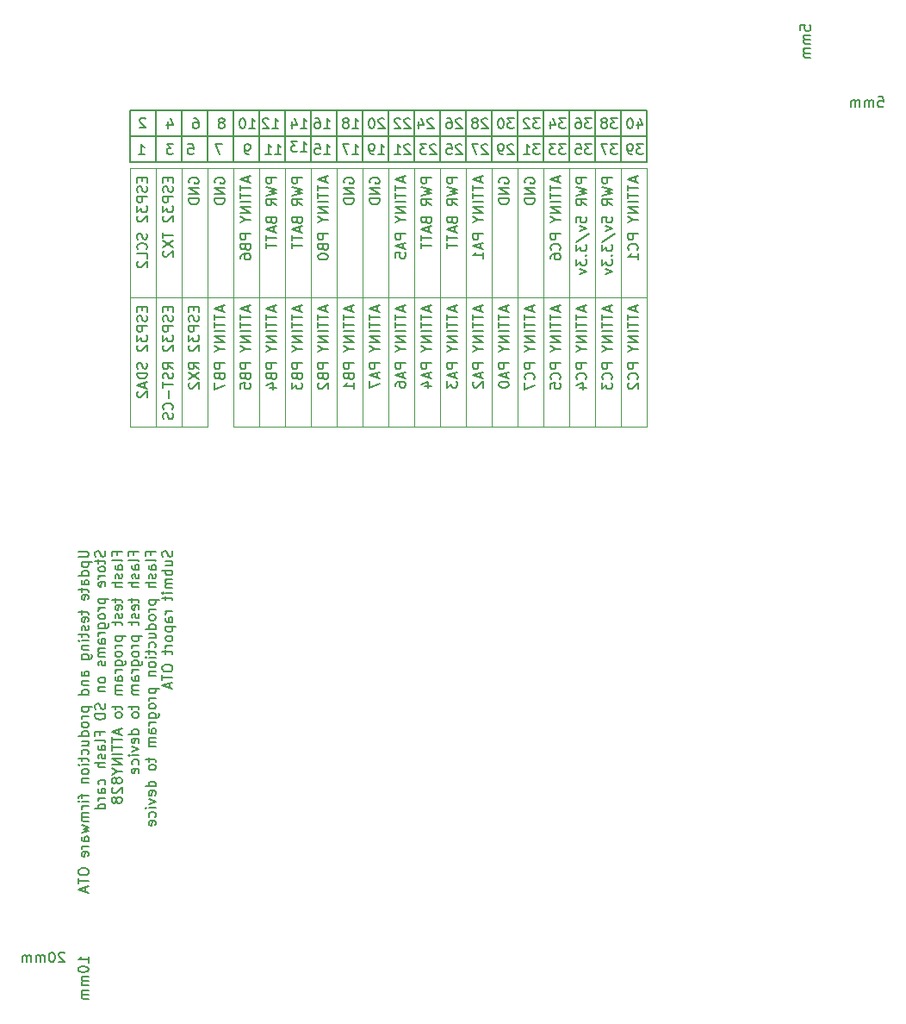
<source format=gbr>
%TF.GenerationSoftware,KiCad,Pcbnew,(5.1.6)-1*%
%TF.CreationDate,2020-09-10T03:51:48+02:00*%
%TF.ProjectId,Esp32TinyTester,45737033-3254-4696-9e79-546573746572,rev?*%
%TF.SameCoordinates,Original*%
%TF.FileFunction,Legend,Bot*%
%TF.FilePolarity,Positive*%
%FSLAX46Y46*%
G04 Gerber Fmt 4.6, Leading zero omitted, Abs format (unit mm)*
G04 Created by KiCad (PCBNEW (5.1.6)-1) date 2020-09-10 03:51:48*
%MOMM*%
%LPD*%
G01*
G04 APERTURE LIST*
%ADD10C,0.150000*%
%ADD11C,0.120000*%
G04 APERTURE END LIST*
D10*
X69457380Y-103091595D02*
X70266904Y-103091595D01*
X70362142Y-103139214D01*
X70409761Y-103186833D01*
X70457380Y-103282071D01*
X70457380Y-103472547D01*
X70409761Y-103567785D01*
X70362142Y-103615404D01*
X70266904Y-103663023D01*
X69457380Y-103663023D01*
X69790714Y-104139214D02*
X70790714Y-104139214D01*
X69838333Y-104139214D02*
X69790714Y-104234452D01*
X69790714Y-104424928D01*
X69838333Y-104520166D01*
X69885952Y-104567785D01*
X69981190Y-104615404D01*
X70266904Y-104615404D01*
X70362142Y-104567785D01*
X70409761Y-104520166D01*
X70457380Y-104424928D01*
X70457380Y-104234452D01*
X70409761Y-104139214D01*
X70457380Y-105472547D02*
X69457380Y-105472547D01*
X70409761Y-105472547D02*
X70457380Y-105377309D01*
X70457380Y-105186833D01*
X70409761Y-105091595D01*
X70362142Y-105043976D01*
X70266904Y-104996357D01*
X69981190Y-104996357D01*
X69885952Y-105043976D01*
X69838333Y-105091595D01*
X69790714Y-105186833D01*
X69790714Y-105377309D01*
X69838333Y-105472547D01*
X70457380Y-106377309D02*
X69933571Y-106377309D01*
X69838333Y-106329690D01*
X69790714Y-106234452D01*
X69790714Y-106043976D01*
X69838333Y-105948738D01*
X70409761Y-106377309D02*
X70457380Y-106282071D01*
X70457380Y-106043976D01*
X70409761Y-105948738D01*
X70314523Y-105901119D01*
X70219285Y-105901119D01*
X70124047Y-105948738D01*
X70076428Y-106043976D01*
X70076428Y-106282071D01*
X70028809Y-106377309D01*
X69790714Y-106710642D02*
X69790714Y-107091595D01*
X69457380Y-106853500D02*
X70314523Y-106853500D01*
X70409761Y-106901119D01*
X70457380Y-106996357D01*
X70457380Y-107091595D01*
X70409761Y-107805880D02*
X70457380Y-107710642D01*
X70457380Y-107520166D01*
X70409761Y-107424928D01*
X70314523Y-107377309D01*
X69933571Y-107377309D01*
X69838333Y-107424928D01*
X69790714Y-107520166D01*
X69790714Y-107710642D01*
X69838333Y-107805880D01*
X69933571Y-107853500D01*
X70028809Y-107853500D01*
X70124047Y-107377309D01*
X69790714Y-108901119D02*
X69790714Y-109282071D01*
X69457380Y-109043976D02*
X70314523Y-109043976D01*
X70409761Y-109091595D01*
X70457380Y-109186833D01*
X70457380Y-109282071D01*
X70409761Y-109996357D02*
X70457380Y-109901119D01*
X70457380Y-109710642D01*
X70409761Y-109615404D01*
X70314523Y-109567785D01*
X69933571Y-109567785D01*
X69838333Y-109615404D01*
X69790714Y-109710642D01*
X69790714Y-109901119D01*
X69838333Y-109996357D01*
X69933571Y-110043976D01*
X70028809Y-110043976D01*
X70124047Y-109567785D01*
X70409761Y-110424928D02*
X70457380Y-110520166D01*
X70457380Y-110710642D01*
X70409761Y-110805880D01*
X70314523Y-110853500D01*
X70266904Y-110853500D01*
X70171666Y-110805880D01*
X70124047Y-110710642D01*
X70124047Y-110567785D01*
X70076428Y-110472547D01*
X69981190Y-110424928D01*
X69933571Y-110424928D01*
X69838333Y-110472547D01*
X69790714Y-110567785D01*
X69790714Y-110710642D01*
X69838333Y-110805880D01*
X69790714Y-111139214D02*
X69790714Y-111520166D01*
X69457380Y-111282071D02*
X70314523Y-111282071D01*
X70409761Y-111329690D01*
X70457380Y-111424928D01*
X70457380Y-111520166D01*
X70457380Y-111853500D02*
X69790714Y-111853500D01*
X69457380Y-111853500D02*
X69505000Y-111805880D01*
X69552619Y-111853500D01*
X69505000Y-111901119D01*
X69457380Y-111853500D01*
X69552619Y-111853500D01*
X69790714Y-112329690D02*
X70457380Y-112329690D01*
X69885952Y-112329690D02*
X69838333Y-112377309D01*
X69790714Y-112472547D01*
X69790714Y-112615404D01*
X69838333Y-112710642D01*
X69933571Y-112758261D01*
X70457380Y-112758261D01*
X69790714Y-113663023D02*
X70600238Y-113663023D01*
X70695476Y-113615404D01*
X70743095Y-113567785D01*
X70790714Y-113472547D01*
X70790714Y-113329690D01*
X70743095Y-113234452D01*
X70409761Y-113663023D02*
X70457380Y-113567785D01*
X70457380Y-113377309D01*
X70409761Y-113282071D01*
X70362142Y-113234452D01*
X70266904Y-113186833D01*
X69981190Y-113186833D01*
X69885952Y-113234452D01*
X69838333Y-113282071D01*
X69790714Y-113377309D01*
X69790714Y-113567785D01*
X69838333Y-113663023D01*
X70457380Y-115329690D02*
X69933571Y-115329690D01*
X69838333Y-115282071D01*
X69790714Y-115186833D01*
X69790714Y-114996357D01*
X69838333Y-114901119D01*
X70409761Y-115329690D02*
X70457380Y-115234452D01*
X70457380Y-114996357D01*
X70409761Y-114901119D01*
X70314523Y-114853500D01*
X70219285Y-114853500D01*
X70124047Y-114901119D01*
X70076428Y-114996357D01*
X70076428Y-115234452D01*
X70028809Y-115329690D01*
X69790714Y-115805880D02*
X70457380Y-115805880D01*
X69885952Y-115805880D02*
X69838333Y-115853500D01*
X69790714Y-115948738D01*
X69790714Y-116091595D01*
X69838333Y-116186833D01*
X69933571Y-116234452D01*
X70457380Y-116234452D01*
X70457380Y-117139214D02*
X69457380Y-117139214D01*
X70409761Y-117139214D02*
X70457380Y-117043976D01*
X70457380Y-116853499D01*
X70409761Y-116758261D01*
X70362142Y-116710642D01*
X70266904Y-116663023D01*
X69981190Y-116663023D01*
X69885952Y-116710642D01*
X69838333Y-116758261D01*
X69790714Y-116853499D01*
X69790714Y-117043976D01*
X69838333Y-117139214D01*
X69790714Y-118377309D02*
X70790714Y-118377309D01*
X69838333Y-118377309D02*
X69790714Y-118472547D01*
X69790714Y-118663023D01*
X69838333Y-118758261D01*
X69885952Y-118805880D01*
X69981190Y-118853499D01*
X70266904Y-118853499D01*
X70362142Y-118805880D01*
X70409761Y-118758261D01*
X70457380Y-118663023D01*
X70457380Y-118472547D01*
X70409761Y-118377309D01*
X70457380Y-119282071D02*
X69790714Y-119282071D01*
X69981190Y-119282071D02*
X69885952Y-119329690D01*
X69838333Y-119377309D01*
X69790714Y-119472547D01*
X69790714Y-119567785D01*
X70457380Y-120043976D02*
X70409761Y-119948738D01*
X70362142Y-119901119D01*
X70266904Y-119853499D01*
X69981190Y-119853499D01*
X69885952Y-119901119D01*
X69838333Y-119948738D01*
X69790714Y-120043976D01*
X69790714Y-120186833D01*
X69838333Y-120282071D01*
X69885952Y-120329690D01*
X69981190Y-120377309D01*
X70266904Y-120377309D01*
X70362142Y-120329690D01*
X70409761Y-120282071D01*
X70457380Y-120186833D01*
X70457380Y-120043976D01*
X70457380Y-121234452D02*
X69457380Y-121234452D01*
X70409761Y-121234452D02*
X70457380Y-121139214D01*
X70457380Y-120948738D01*
X70409761Y-120853499D01*
X70362142Y-120805880D01*
X70266904Y-120758261D01*
X69981190Y-120758261D01*
X69885952Y-120805880D01*
X69838333Y-120853499D01*
X69790714Y-120948738D01*
X69790714Y-121139214D01*
X69838333Y-121234452D01*
X69790714Y-122139214D02*
X70457380Y-122139214D01*
X69790714Y-121710642D02*
X70314523Y-121710642D01*
X70409761Y-121758261D01*
X70457380Y-121853499D01*
X70457380Y-121996357D01*
X70409761Y-122091595D01*
X70362142Y-122139214D01*
X70409761Y-123043976D02*
X70457380Y-122948738D01*
X70457380Y-122758261D01*
X70409761Y-122663023D01*
X70362142Y-122615404D01*
X70266904Y-122567785D01*
X69981190Y-122567785D01*
X69885952Y-122615404D01*
X69838333Y-122663023D01*
X69790714Y-122758261D01*
X69790714Y-122948738D01*
X69838333Y-123043976D01*
X69790714Y-123329690D02*
X69790714Y-123710642D01*
X69457380Y-123472547D02*
X70314523Y-123472547D01*
X70409761Y-123520166D01*
X70457380Y-123615404D01*
X70457380Y-123710642D01*
X70457380Y-124043976D02*
X69790714Y-124043976D01*
X69457380Y-124043976D02*
X69505000Y-123996357D01*
X69552619Y-124043976D01*
X69505000Y-124091595D01*
X69457380Y-124043976D01*
X69552619Y-124043976D01*
X70457380Y-124663023D02*
X70409761Y-124567785D01*
X70362142Y-124520166D01*
X70266904Y-124472547D01*
X69981190Y-124472547D01*
X69885952Y-124520166D01*
X69838333Y-124567785D01*
X69790714Y-124663023D01*
X69790714Y-124805880D01*
X69838333Y-124901119D01*
X69885952Y-124948738D01*
X69981190Y-124996357D01*
X70266904Y-124996357D01*
X70362142Y-124948738D01*
X70409761Y-124901119D01*
X70457380Y-124805880D01*
X70457380Y-124663023D01*
X69790714Y-125424928D02*
X70457380Y-125424928D01*
X69885952Y-125424928D02*
X69838333Y-125472547D01*
X69790714Y-125567785D01*
X69790714Y-125710642D01*
X69838333Y-125805880D01*
X69933571Y-125853499D01*
X70457380Y-125853499D01*
X69790714Y-126948738D02*
X69790714Y-127329690D01*
X70457380Y-127091595D02*
X69600238Y-127091595D01*
X69505000Y-127139214D01*
X69457380Y-127234452D01*
X69457380Y-127329690D01*
X70457380Y-127663023D02*
X69790714Y-127663023D01*
X69457380Y-127663023D02*
X69505000Y-127615404D01*
X69552619Y-127663023D01*
X69505000Y-127710642D01*
X69457380Y-127663023D01*
X69552619Y-127663023D01*
X70457380Y-128139214D02*
X69790714Y-128139214D01*
X69981190Y-128139214D02*
X69885952Y-128186833D01*
X69838333Y-128234452D01*
X69790714Y-128329690D01*
X69790714Y-128424928D01*
X70457380Y-128758261D02*
X69790714Y-128758261D01*
X69885952Y-128758261D02*
X69838333Y-128805880D01*
X69790714Y-128901119D01*
X69790714Y-129043976D01*
X69838333Y-129139214D01*
X69933571Y-129186833D01*
X70457380Y-129186833D01*
X69933571Y-129186833D02*
X69838333Y-129234452D01*
X69790714Y-129329690D01*
X69790714Y-129472547D01*
X69838333Y-129567785D01*
X69933571Y-129615404D01*
X70457380Y-129615404D01*
X69790714Y-129996357D02*
X70457380Y-130186833D01*
X69981190Y-130377309D01*
X70457380Y-130567785D01*
X69790714Y-130758261D01*
X70457380Y-131567785D02*
X69933571Y-131567785D01*
X69838333Y-131520166D01*
X69790714Y-131424928D01*
X69790714Y-131234452D01*
X69838333Y-131139214D01*
X70409761Y-131567785D02*
X70457380Y-131472547D01*
X70457380Y-131234452D01*
X70409761Y-131139214D01*
X70314523Y-131091595D01*
X70219285Y-131091595D01*
X70124047Y-131139214D01*
X70076428Y-131234452D01*
X70076428Y-131472547D01*
X70028809Y-131567785D01*
X70457380Y-132043976D02*
X69790714Y-132043976D01*
X69981190Y-132043976D02*
X69885952Y-132091595D01*
X69838333Y-132139214D01*
X69790714Y-132234452D01*
X69790714Y-132329690D01*
X70409761Y-133043976D02*
X70457380Y-132948738D01*
X70457380Y-132758261D01*
X70409761Y-132663023D01*
X70314523Y-132615404D01*
X69933571Y-132615404D01*
X69838333Y-132663023D01*
X69790714Y-132758261D01*
X69790714Y-132948738D01*
X69838333Y-133043976D01*
X69933571Y-133091595D01*
X70028809Y-133091595D01*
X70124047Y-132615404D01*
X69457380Y-134472547D02*
X69457380Y-134663023D01*
X69505000Y-134758261D01*
X69600238Y-134853500D01*
X69790714Y-134901119D01*
X70124047Y-134901119D01*
X70314523Y-134853500D01*
X70409761Y-134758261D01*
X70457380Y-134663023D01*
X70457380Y-134472547D01*
X70409761Y-134377309D01*
X70314523Y-134282071D01*
X70124047Y-134234452D01*
X69790714Y-134234452D01*
X69600238Y-134282071D01*
X69505000Y-134377309D01*
X69457380Y-134472547D01*
X69457380Y-135186833D02*
X69457380Y-135758261D01*
X70457380Y-135472547D02*
X69457380Y-135472547D01*
X70171666Y-136043976D02*
X70171666Y-136520166D01*
X70457380Y-135948738D02*
X69457380Y-136282071D01*
X70457380Y-136615404D01*
X72059761Y-103043976D02*
X72107380Y-103186833D01*
X72107380Y-103424928D01*
X72059761Y-103520166D01*
X72012142Y-103567785D01*
X71916904Y-103615404D01*
X71821666Y-103615404D01*
X71726428Y-103567785D01*
X71678809Y-103520166D01*
X71631190Y-103424928D01*
X71583571Y-103234452D01*
X71535952Y-103139214D01*
X71488333Y-103091595D01*
X71393095Y-103043976D01*
X71297857Y-103043976D01*
X71202619Y-103091595D01*
X71155000Y-103139214D01*
X71107380Y-103234452D01*
X71107380Y-103472547D01*
X71155000Y-103615404D01*
X71440714Y-103901119D02*
X71440714Y-104282071D01*
X71107380Y-104043976D02*
X71964523Y-104043976D01*
X72059761Y-104091595D01*
X72107380Y-104186833D01*
X72107380Y-104282071D01*
X72107380Y-104758261D02*
X72059761Y-104663023D01*
X72012142Y-104615404D01*
X71916904Y-104567785D01*
X71631190Y-104567785D01*
X71535952Y-104615404D01*
X71488333Y-104663023D01*
X71440714Y-104758261D01*
X71440714Y-104901119D01*
X71488333Y-104996357D01*
X71535952Y-105043976D01*
X71631190Y-105091595D01*
X71916904Y-105091595D01*
X72012142Y-105043976D01*
X72059761Y-104996357D01*
X72107380Y-104901119D01*
X72107380Y-104758261D01*
X72107380Y-105520166D02*
X71440714Y-105520166D01*
X71631190Y-105520166D02*
X71535952Y-105567785D01*
X71488333Y-105615404D01*
X71440714Y-105710642D01*
X71440714Y-105805880D01*
X72059761Y-106520166D02*
X72107380Y-106424928D01*
X72107380Y-106234452D01*
X72059761Y-106139214D01*
X71964523Y-106091595D01*
X71583571Y-106091595D01*
X71488333Y-106139214D01*
X71440714Y-106234452D01*
X71440714Y-106424928D01*
X71488333Y-106520166D01*
X71583571Y-106567785D01*
X71678809Y-106567785D01*
X71774047Y-106091595D01*
X71440714Y-107758261D02*
X72440714Y-107758261D01*
X71488333Y-107758261D02*
X71440714Y-107853500D01*
X71440714Y-108043976D01*
X71488333Y-108139214D01*
X71535952Y-108186833D01*
X71631190Y-108234452D01*
X71916904Y-108234452D01*
X72012142Y-108186833D01*
X72059761Y-108139214D01*
X72107380Y-108043976D01*
X72107380Y-107853500D01*
X72059761Y-107758261D01*
X72107380Y-108663023D02*
X71440714Y-108663023D01*
X71631190Y-108663023D02*
X71535952Y-108710642D01*
X71488333Y-108758261D01*
X71440714Y-108853500D01*
X71440714Y-108948738D01*
X72107380Y-109424928D02*
X72059761Y-109329690D01*
X72012142Y-109282071D01*
X71916904Y-109234452D01*
X71631190Y-109234452D01*
X71535952Y-109282071D01*
X71488333Y-109329690D01*
X71440714Y-109424928D01*
X71440714Y-109567785D01*
X71488333Y-109663023D01*
X71535952Y-109710642D01*
X71631190Y-109758261D01*
X71916904Y-109758261D01*
X72012142Y-109710642D01*
X72059761Y-109663023D01*
X72107380Y-109567785D01*
X72107380Y-109424928D01*
X71440714Y-110615404D02*
X72250238Y-110615404D01*
X72345476Y-110567785D01*
X72393095Y-110520166D01*
X72440714Y-110424928D01*
X72440714Y-110282071D01*
X72393095Y-110186833D01*
X72059761Y-110615404D02*
X72107380Y-110520166D01*
X72107380Y-110329690D01*
X72059761Y-110234452D01*
X72012142Y-110186833D01*
X71916904Y-110139214D01*
X71631190Y-110139214D01*
X71535952Y-110186833D01*
X71488333Y-110234452D01*
X71440714Y-110329690D01*
X71440714Y-110520166D01*
X71488333Y-110615404D01*
X72107380Y-111091595D02*
X71440714Y-111091595D01*
X71631190Y-111091595D02*
X71535952Y-111139214D01*
X71488333Y-111186833D01*
X71440714Y-111282071D01*
X71440714Y-111377309D01*
X72107380Y-112139214D02*
X71583571Y-112139214D01*
X71488333Y-112091595D01*
X71440714Y-111996357D01*
X71440714Y-111805880D01*
X71488333Y-111710642D01*
X72059761Y-112139214D02*
X72107380Y-112043976D01*
X72107380Y-111805880D01*
X72059761Y-111710642D01*
X71964523Y-111663023D01*
X71869285Y-111663023D01*
X71774047Y-111710642D01*
X71726428Y-111805880D01*
X71726428Y-112043976D01*
X71678809Y-112139214D01*
X72107380Y-112615404D02*
X71440714Y-112615404D01*
X71535952Y-112615404D02*
X71488333Y-112663023D01*
X71440714Y-112758261D01*
X71440714Y-112901119D01*
X71488333Y-112996357D01*
X71583571Y-113043976D01*
X72107380Y-113043976D01*
X71583571Y-113043976D02*
X71488333Y-113091595D01*
X71440714Y-113186833D01*
X71440714Y-113329690D01*
X71488333Y-113424928D01*
X71583571Y-113472547D01*
X72107380Y-113472547D01*
X72059761Y-113901119D02*
X72107380Y-113996357D01*
X72107380Y-114186833D01*
X72059761Y-114282071D01*
X71964523Y-114329690D01*
X71916904Y-114329690D01*
X71821666Y-114282071D01*
X71774047Y-114186833D01*
X71774047Y-114043976D01*
X71726428Y-113948738D01*
X71631190Y-113901119D01*
X71583571Y-113901119D01*
X71488333Y-113948738D01*
X71440714Y-114043976D01*
X71440714Y-114186833D01*
X71488333Y-114282071D01*
X72107380Y-115663023D02*
X72059761Y-115567785D01*
X72012142Y-115520166D01*
X71916904Y-115472547D01*
X71631190Y-115472547D01*
X71535952Y-115520166D01*
X71488333Y-115567785D01*
X71440714Y-115663023D01*
X71440714Y-115805880D01*
X71488333Y-115901119D01*
X71535952Y-115948738D01*
X71631190Y-115996357D01*
X71916904Y-115996357D01*
X72012142Y-115948738D01*
X72059761Y-115901119D01*
X72107380Y-115805880D01*
X72107380Y-115663023D01*
X71440714Y-116424928D02*
X72107380Y-116424928D01*
X71535952Y-116424928D02*
X71488333Y-116472547D01*
X71440714Y-116567785D01*
X71440714Y-116710642D01*
X71488333Y-116805880D01*
X71583571Y-116853500D01*
X72107380Y-116853500D01*
X72059761Y-118043976D02*
X72107380Y-118186833D01*
X72107380Y-118424928D01*
X72059761Y-118520166D01*
X72012142Y-118567785D01*
X71916904Y-118615404D01*
X71821666Y-118615404D01*
X71726428Y-118567785D01*
X71678809Y-118520166D01*
X71631190Y-118424928D01*
X71583571Y-118234452D01*
X71535952Y-118139214D01*
X71488333Y-118091595D01*
X71393095Y-118043976D01*
X71297857Y-118043976D01*
X71202619Y-118091595D01*
X71155000Y-118139214D01*
X71107380Y-118234452D01*
X71107380Y-118472547D01*
X71155000Y-118615404D01*
X72107380Y-119043976D02*
X71107380Y-119043976D01*
X71107380Y-119282071D01*
X71155000Y-119424928D01*
X71250238Y-119520166D01*
X71345476Y-119567785D01*
X71535952Y-119615404D01*
X71678809Y-119615404D01*
X71869285Y-119567785D01*
X71964523Y-119520166D01*
X72059761Y-119424928D01*
X72107380Y-119282071D01*
X72107380Y-119043976D01*
X71583571Y-121139214D02*
X71583571Y-120805880D01*
X72107380Y-120805880D02*
X71107380Y-120805880D01*
X71107380Y-121282071D01*
X72107380Y-121805880D02*
X72059761Y-121710642D01*
X71964523Y-121663023D01*
X71107380Y-121663023D01*
X72107380Y-122615404D02*
X71583571Y-122615404D01*
X71488333Y-122567785D01*
X71440714Y-122472547D01*
X71440714Y-122282071D01*
X71488333Y-122186833D01*
X72059761Y-122615404D02*
X72107380Y-122520166D01*
X72107380Y-122282071D01*
X72059761Y-122186833D01*
X71964523Y-122139214D01*
X71869285Y-122139214D01*
X71774047Y-122186833D01*
X71726428Y-122282071D01*
X71726428Y-122520166D01*
X71678809Y-122615404D01*
X72059761Y-123043976D02*
X72107380Y-123139214D01*
X72107380Y-123329690D01*
X72059761Y-123424928D01*
X71964523Y-123472547D01*
X71916904Y-123472547D01*
X71821666Y-123424928D01*
X71774047Y-123329690D01*
X71774047Y-123186833D01*
X71726428Y-123091595D01*
X71631190Y-123043976D01*
X71583571Y-123043976D01*
X71488333Y-123091595D01*
X71440714Y-123186833D01*
X71440714Y-123329690D01*
X71488333Y-123424928D01*
X72107380Y-123901119D02*
X71107380Y-123901119D01*
X72107380Y-124329690D02*
X71583571Y-124329690D01*
X71488333Y-124282071D01*
X71440714Y-124186833D01*
X71440714Y-124043976D01*
X71488333Y-123948738D01*
X71535952Y-123901119D01*
X72059761Y-125996357D02*
X72107380Y-125901119D01*
X72107380Y-125710642D01*
X72059761Y-125615404D01*
X72012142Y-125567785D01*
X71916904Y-125520166D01*
X71631190Y-125520166D01*
X71535952Y-125567785D01*
X71488333Y-125615404D01*
X71440714Y-125710642D01*
X71440714Y-125901119D01*
X71488333Y-125996357D01*
X72107380Y-126853500D02*
X71583571Y-126853500D01*
X71488333Y-126805880D01*
X71440714Y-126710642D01*
X71440714Y-126520166D01*
X71488333Y-126424928D01*
X72059761Y-126853500D02*
X72107380Y-126758261D01*
X72107380Y-126520166D01*
X72059761Y-126424928D01*
X71964523Y-126377309D01*
X71869285Y-126377309D01*
X71774047Y-126424928D01*
X71726428Y-126520166D01*
X71726428Y-126758261D01*
X71678809Y-126853500D01*
X72107380Y-127329690D02*
X71440714Y-127329690D01*
X71631190Y-127329690D02*
X71535952Y-127377309D01*
X71488333Y-127424928D01*
X71440714Y-127520166D01*
X71440714Y-127615404D01*
X72107380Y-128377309D02*
X71107380Y-128377309D01*
X72059761Y-128377309D02*
X72107380Y-128282071D01*
X72107380Y-128091595D01*
X72059761Y-127996357D01*
X72012142Y-127948738D01*
X71916904Y-127901119D01*
X71631190Y-127901119D01*
X71535952Y-127948738D01*
X71488333Y-127996357D01*
X71440714Y-128091595D01*
X71440714Y-128282071D01*
X71488333Y-128377309D01*
X73233571Y-103424928D02*
X73233571Y-103091595D01*
X73757380Y-103091595D02*
X72757380Y-103091595D01*
X72757380Y-103567785D01*
X73757380Y-104091595D02*
X73709761Y-103996357D01*
X73614523Y-103948738D01*
X72757380Y-103948738D01*
X73757380Y-104901119D02*
X73233571Y-104901119D01*
X73138333Y-104853500D01*
X73090714Y-104758261D01*
X73090714Y-104567785D01*
X73138333Y-104472547D01*
X73709761Y-104901119D02*
X73757380Y-104805880D01*
X73757380Y-104567785D01*
X73709761Y-104472547D01*
X73614523Y-104424928D01*
X73519285Y-104424928D01*
X73424047Y-104472547D01*
X73376428Y-104567785D01*
X73376428Y-104805880D01*
X73328809Y-104901119D01*
X73709761Y-105329690D02*
X73757380Y-105424928D01*
X73757380Y-105615404D01*
X73709761Y-105710642D01*
X73614523Y-105758261D01*
X73566904Y-105758261D01*
X73471666Y-105710642D01*
X73424047Y-105615404D01*
X73424047Y-105472547D01*
X73376428Y-105377309D01*
X73281190Y-105329690D01*
X73233571Y-105329690D01*
X73138333Y-105377309D01*
X73090714Y-105472547D01*
X73090714Y-105615404D01*
X73138333Y-105710642D01*
X73757380Y-106186833D02*
X72757380Y-106186833D01*
X73757380Y-106615404D02*
X73233571Y-106615404D01*
X73138333Y-106567785D01*
X73090714Y-106472547D01*
X73090714Y-106329690D01*
X73138333Y-106234452D01*
X73185952Y-106186833D01*
X73090714Y-107710642D02*
X73090714Y-108091595D01*
X72757380Y-107853500D02*
X73614523Y-107853500D01*
X73709761Y-107901119D01*
X73757380Y-107996357D01*
X73757380Y-108091595D01*
X73709761Y-108805880D02*
X73757380Y-108710642D01*
X73757380Y-108520166D01*
X73709761Y-108424928D01*
X73614523Y-108377309D01*
X73233571Y-108377309D01*
X73138333Y-108424928D01*
X73090714Y-108520166D01*
X73090714Y-108710642D01*
X73138333Y-108805880D01*
X73233571Y-108853500D01*
X73328809Y-108853500D01*
X73424047Y-108377309D01*
X73709761Y-109234452D02*
X73757380Y-109329690D01*
X73757380Y-109520166D01*
X73709761Y-109615404D01*
X73614523Y-109663023D01*
X73566904Y-109663023D01*
X73471666Y-109615404D01*
X73424047Y-109520166D01*
X73424047Y-109377309D01*
X73376428Y-109282071D01*
X73281190Y-109234452D01*
X73233571Y-109234452D01*
X73138333Y-109282071D01*
X73090714Y-109377309D01*
X73090714Y-109520166D01*
X73138333Y-109615404D01*
X73090714Y-109948738D02*
X73090714Y-110329690D01*
X72757380Y-110091595D02*
X73614523Y-110091595D01*
X73709761Y-110139214D01*
X73757380Y-110234452D01*
X73757380Y-110329690D01*
X73090714Y-111424928D02*
X74090714Y-111424928D01*
X73138333Y-111424928D02*
X73090714Y-111520166D01*
X73090714Y-111710642D01*
X73138333Y-111805880D01*
X73185952Y-111853500D01*
X73281190Y-111901119D01*
X73566904Y-111901119D01*
X73662142Y-111853500D01*
X73709761Y-111805880D01*
X73757380Y-111710642D01*
X73757380Y-111520166D01*
X73709761Y-111424928D01*
X73757380Y-112329690D02*
X73090714Y-112329690D01*
X73281190Y-112329690D02*
X73185952Y-112377309D01*
X73138333Y-112424928D01*
X73090714Y-112520166D01*
X73090714Y-112615404D01*
X73757380Y-113091595D02*
X73709761Y-112996357D01*
X73662142Y-112948738D01*
X73566904Y-112901119D01*
X73281190Y-112901119D01*
X73185952Y-112948738D01*
X73138333Y-112996357D01*
X73090714Y-113091595D01*
X73090714Y-113234452D01*
X73138333Y-113329690D01*
X73185952Y-113377309D01*
X73281190Y-113424928D01*
X73566904Y-113424928D01*
X73662142Y-113377309D01*
X73709761Y-113329690D01*
X73757380Y-113234452D01*
X73757380Y-113091595D01*
X73090714Y-114282071D02*
X73900238Y-114282071D01*
X73995476Y-114234452D01*
X74043095Y-114186833D01*
X74090714Y-114091595D01*
X74090714Y-113948738D01*
X74043095Y-113853500D01*
X73709761Y-114282071D02*
X73757380Y-114186833D01*
X73757380Y-113996357D01*
X73709761Y-113901119D01*
X73662142Y-113853500D01*
X73566904Y-113805880D01*
X73281190Y-113805880D01*
X73185952Y-113853500D01*
X73138333Y-113901119D01*
X73090714Y-113996357D01*
X73090714Y-114186833D01*
X73138333Y-114282071D01*
X73757380Y-114758261D02*
X73090714Y-114758261D01*
X73281190Y-114758261D02*
X73185952Y-114805880D01*
X73138333Y-114853500D01*
X73090714Y-114948738D01*
X73090714Y-115043976D01*
X73757380Y-115805880D02*
X73233571Y-115805880D01*
X73138333Y-115758261D01*
X73090714Y-115663023D01*
X73090714Y-115472547D01*
X73138333Y-115377309D01*
X73709761Y-115805880D02*
X73757380Y-115710642D01*
X73757380Y-115472547D01*
X73709761Y-115377309D01*
X73614523Y-115329690D01*
X73519285Y-115329690D01*
X73424047Y-115377309D01*
X73376428Y-115472547D01*
X73376428Y-115710642D01*
X73328809Y-115805880D01*
X73757380Y-116282071D02*
X73090714Y-116282071D01*
X73185952Y-116282071D02*
X73138333Y-116329690D01*
X73090714Y-116424928D01*
X73090714Y-116567785D01*
X73138333Y-116663023D01*
X73233571Y-116710642D01*
X73757380Y-116710642D01*
X73233571Y-116710642D02*
X73138333Y-116758261D01*
X73090714Y-116853500D01*
X73090714Y-116996357D01*
X73138333Y-117091595D01*
X73233571Y-117139214D01*
X73757380Y-117139214D01*
X73090714Y-118234452D02*
X73090714Y-118615404D01*
X72757380Y-118377309D02*
X73614523Y-118377309D01*
X73709761Y-118424928D01*
X73757380Y-118520166D01*
X73757380Y-118615404D01*
X73757380Y-119091595D02*
X73709761Y-118996357D01*
X73662142Y-118948738D01*
X73566904Y-118901119D01*
X73281190Y-118901119D01*
X73185952Y-118948738D01*
X73138333Y-118996357D01*
X73090714Y-119091595D01*
X73090714Y-119234452D01*
X73138333Y-119329690D01*
X73185952Y-119377309D01*
X73281190Y-119424928D01*
X73566904Y-119424928D01*
X73662142Y-119377309D01*
X73709761Y-119329690D01*
X73757380Y-119234452D01*
X73757380Y-119091595D01*
X73471666Y-120567785D02*
X73471666Y-121043976D01*
X73757380Y-120472547D02*
X72757380Y-120805880D01*
X73757380Y-121139214D01*
X72757380Y-121329690D02*
X72757380Y-121901119D01*
X73757380Y-121615404D02*
X72757380Y-121615404D01*
X72757380Y-122091595D02*
X72757380Y-122663023D01*
X73757380Y-122377309D02*
X72757380Y-122377309D01*
X73757380Y-122996357D02*
X72757380Y-122996357D01*
X73757380Y-123472547D02*
X72757380Y-123472547D01*
X73757380Y-124043976D01*
X72757380Y-124043976D01*
X73281190Y-124710642D02*
X73757380Y-124710642D01*
X72757380Y-124377309D02*
X73281190Y-124710642D01*
X72757380Y-125043976D01*
X73185952Y-125520166D02*
X73138333Y-125424928D01*
X73090714Y-125377309D01*
X72995476Y-125329690D01*
X72947857Y-125329690D01*
X72852619Y-125377309D01*
X72805000Y-125424928D01*
X72757380Y-125520166D01*
X72757380Y-125710642D01*
X72805000Y-125805880D01*
X72852619Y-125853500D01*
X72947857Y-125901119D01*
X72995476Y-125901119D01*
X73090714Y-125853500D01*
X73138333Y-125805880D01*
X73185952Y-125710642D01*
X73185952Y-125520166D01*
X73233571Y-125424928D01*
X73281190Y-125377309D01*
X73376428Y-125329690D01*
X73566904Y-125329690D01*
X73662142Y-125377309D01*
X73709761Y-125424928D01*
X73757380Y-125520166D01*
X73757380Y-125710642D01*
X73709761Y-125805880D01*
X73662142Y-125853500D01*
X73566904Y-125901119D01*
X73376428Y-125901119D01*
X73281190Y-125853500D01*
X73233571Y-125805880D01*
X73185952Y-125710642D01*
X72852619Y-126282071D02*
X72805000Y-126329690D01*
X72757380Y-126424928D01*
X72757380Y-126663023D01*
X72805000Y-126758261D01*
X72852619Y-126805880D01*
X72947857Y-126853500D01*
X73043095Y-126853500D01*
X73185952Y-126805880D01*
X73757380Y-126234452D01*
X73757380Y-126853500D01*
X73185952Y-127424928D02*
X73138333Y-127329690D01*
X73090714Y-127282071D01*
X72995476Y-127234452D01*
X72947857Y-127234452D01*
X72852619Y-127282071D01*
X72805000Y-127329690D01*
X72757380Y-127424928D01*
X72757380Y-127615404D01*
X72805000Y-127710642D01*
X72852619Y-127758261D01*
X72947857Y-127805880D01*
X72995476Y-127805880D01*
X73090714Y-127758261D01*
X73138333Y-127710642D01*
X73185952Y-127615404D01*
X73185952Y-127424928D01*
X73233571Y-127329690D01*
X73281190Y-127282071D01*
X73376428Y-127234452D01*
X73566904Y-127234452D01*
X73662142Y-127282071D01*
X73709761Y-127329690D01*
X73757380Y-127424928D01*
X73757380Y-127615404D01*
X73709761Y-127710642D01*
X73662142Y-127758261D01*
X73566904Y-127805880D01*
X73376428Y-127805880D01*
X73281190Y-127758261D01*
X73233571Y-127710642D01*
X73185952Y-127615404D01*
X74883571Y-103424928D02*
X74883571Y-103091595D01*
X75407380Y-103091595D02*
X74407380Y-103091595D01*
X74407380Y-103567785D01*
X75407380Y-104091595D02*
X75359761Y-103996357D01*
X75264523Y-103948738D01*
X74407380Y-103948738D01*
X75407380Y-104901119D02*
X74883571Y-104901119D01*
X74788333Y-104853500D01*
X74740714Y-104758261D01*
X74740714Y-104567785D01*
X74788333Y-104472547D01*
X75359761Y-104901119D02*
X75407380Y-104805880D01*
X75407380Y-104567785D01*
X75359761Y-104472547D01*
X75264523Y-104424928D01*
X75169285Y-104424928D01*
X75074047Y-104472547D01*
X75026428Y-104567785D01*
X75026428Y-104805880D01*
X74978809Y-104901119D01*
X75359761Y-105329690D02*
X75407380Y-105424928D01*
X75407380Y-105615404D01*
X75359761Y-105710642D01*
X75264523Y-105758261D01*
X75216904Y-105758261D01*
X75121666Y-105710642D01*
X75074047Y-105615404D01*
X75074047Y-105472547D01*
X75026428Y-105377309D01*
X74931190Y-105329690D01*
X74883571Y-105329690D01*
X74788333Y-105377309D01*
X74740714Y-105472547D01*
X74740714Y-105615404D01*
X74788333Y-105710642D01*
X75407380Y-106186833D02*
X74407380Y-106186833D01*
X75407380Y-106615404D02*
X74883571Y-106615404D01*
X74788333Y-106567785D01*
X74740714Y-106472547D01*
X74740714Y-106329690D01*
X74788333Y-106234452D01*
X74835952Y-106186833D01*
X74740714Y-107710642D02*
X74740714Y-108091595D01*
X74407380Y-107853500D02*
X75264523Y-107853500D01*
X75359761Y-107901119D01*
X75407380Y-107996357D01*
X75407380Y-108091595D01*
X75359761Y-108805880D02*
X75407380Y-108710642D01*
X75407380Y-108520166D01*
X75359761Y-108424928D01*
X75264523Y-108377309D01*
X74883571Y-108377309D01*
X74788333Y-108424928D01*
X74740714Y-108520166D01*
X74740714Y-108710642D01*
X74788333Y-108805880D01*
X74883571Y-108853500D01*
X74978809Y-108853500D01*
X75074047Y-108377309D01*
X75359761Y-109234452D02*
X75407380Y-109329690D01*
X75407380Y-109520166D01*
X75359761Y-109615404D01*
X75264523Y-109663023D01*
X75216904Y-109663023D01*
X75121666Y-109615404D01*
X75074047Y-109520166D01*
X75074047Y-109377309D01*
X75026428Y-109282071D01*
X74931190Y-109234452D01*
X74883571Y-109234452D01*
X74788333Y-109282071D01*
X74740714Y-109377309D01*
X74740714Y-109520166D01*
X74788333Y-109615404D01*
X74740714Y-109948738D02*
X74740714Y-110329690D01*
X74407380Y-110091595D02*
X75264523Y-110091595D01*
X75359761Y-110139214D01*
X75407380Y-110234452D01*
X75407380Y-110329690D01*
X74740714Y-111424928D02*
X75740714Y-111424928D01*
X74788333Y-111424928D02*
X74740714Y-111520166D01*
X74740714Y-111710642D01*
X74788333Y-111805880D01*
X74835952Y-111853500D01*
X74931190Y-111901119D01*
X75216904Y-111901119D01*
X75312142Y-111853500D01*
X75359761Y-111805880D01*
X75407380Y-111710642D01*
X75407380Y-111520166D01*
X75359761Y-111424928D01*
X75407380Y-112329690D02*
X74740714Y-112329690D01*
X74931190Y-112329690D02*
X74835952Y-112377309D01*
X74788333Y-112424928D01*
X74740714Y-112520166D01*
X74740714Y-112615404D01*
X75407380Y-113091595D02*
X75359761Y-112996357D01*
X75312142Y-112948738D01*
X75216904Y-112901119D01*
X74931190Y-112901119D01*
X74835952Y-112948738D01*
X74788333Y-112996357D01*
X74740714Y-113091595D01*
X74740714Y-113234452D01*
X74788333Y-113329690D01*
X74835952Y-113377309D01*
X74931190Y-113424928D01*
X75216904Y-113424928D01*
X75312142Y-113377309D01*
X75359761Y-113329690D01*
X75407380Y-113234452D01*
X75407380Y-113091595D01*
X74740714Y-114282071D02*
X75550238Y-114282071D01*
X75645476Y-114234452D01*
X75693095Y-114186833D01*
X75740714Y-114091595D01*
X75740714Y-113948738D01*
X75693095Y-113853500D01*
X75359761Y-114282071D02*
X75407380Y-114186833D01*
X75407380Y-113996357D01*
X75359761Y-113901119D01*
X75312142Y-113853500D01*
X75216904Y-113805880D01*
X74931190Y-113805880D01*
X74835952Y-113853500D01*
X74788333Y-113901119D01*
X74740714Y-113996357D01*
X74740714Y-114186833D01*
X74788333Y-114282071D01*
X75407380Y-114758261D02*
X74740714Y-114758261D01*
X74931190Y-114758261D02*
X74835952Y-114805880D01*
X74788333Y-114853500D01*
X74740714Y-114948738D01*
X74740714Y-115043976D01*
X75407380Y-115805880D02*
X74883571Y-115805880D01*
X74788333Y-115758261D01*
X74740714Y-115663023D01*
X74740714Y-115472547D01*
X74788333Y-115377309D01*
X75359761Y-115805880D02*
X75407380Y-115710642D01*
X75407380Y-115472547D01*
X75359761Y-115377309D01*
X75264523Y-115329690D01*
X75169285Y-115329690D01*
X75074047Y-115377309D01*
X75026428Y-115472547D01*
X75026428Y-115710642D01*
X74978809Y-115805880D01*
X75407380Y-116282071D02*
X74740714Y-116282071D01*
X74835952Y-116282071D02*
X74788333Y-116329690D01*
X74740714Y-116424928D01*
X74740714Y-116567785D01*
X74788333Y-116663023D01*
X74883571Y-116710642D01*
X75407380Y-116710642D01*
X74883571Y-116710642D02*
X74788333Y-116758261D01*
X74740714Y-116853500D01*
X74740714Y-116996357D01*
X74788333Y-117091595D01*
X74883571Y-117139214D01*
X75407380Y-117139214D01*
X74740714Y-118234452D02*
X74740714Y-118615404D01*
X74407380Y-118377309D02*
X75264523Y-118377309D01*
X75359761Y-118424928D01*
X75407380Y-118520166D01*
X75407380Y-118615404D01*
X75407380Y-119091595D02*
X75359761Y-118996357D01*
X75312142Y-118948738D01*
X75216904Y-118901119D01*
X74931190Y-118901119D01*
X74835952Y-118948738D01*
X74788333Y-118996357D01*
X74740714Y-119091595D01*
X74740714Y-119234452D01*
X74788333Y-119329690D01*
X74835952Y-119377309D01*
X74931190Y-119424928D01*
X75216904Y-119424928D01*
X75312142Y-119377309D01*
X75359761Y-119329690D01*
X75407380Y-119234452D01*
X75407380Y-119091595D01*
X75407380Y-121043976D02*
X74407380Y-121043976D01*
X75359761Y-121043976D02*
X75407380Y-120948738D01*
X75407380Y-120758261D01*
X75359761Y-120663023D01*
X75312142Y-120615404D01*
X75216904Y-120567785D01*
X74931190Y-120567785D01*
X74835952Y-120615404D01*
X74788333Y-120663023D01*
X74740714Y-120758261D01*
X74740714Y-120948738D01*
X74788333Y-121043976D01*
X75359761Y-121901119D02*
X75407380Y-121805880D01*
X75407380Y-121615404D01*
X75359761Y-121520166D01*
X75264523Y-121472547D01*
X74883571Y-121472547D01*
X74788333Y-121520166D01*
X74740714Y-121615404D01*
X74740714Y-121805880D01*
X74788333Y-121901119D01*
X74883571Y-121948738D01*
X74978809Y-121948738D01*
X75074047Y-121472547D01*
X74740714Y-122282071D02*
X75407380Y-122520166D01*
X74740714Y-122758261D01*
X75407380Y-123139214D02*
X74740714Y-123139214D01*
X74407380Y-123139214D02*
X74455000Y-123091595D01*
X74502619Y-123139214D01*
X74455000Y-123186833D01*
X74407380Y-123139214D01*
X74502619Y-123139214D01*
X75359761Y-124043976D02*
X75407380Y-123948738D01*
X75407380Y-123758261D01*
X75359761Y-123663023D01*
X75312142Y-123615404D01*
X75216904Y-123567785D01*
X74931190Y-123567785D01*
X74835952Y-123615404D01*
X74788333Y-123663023D01*
X74740714Y-123758261D01*
X74740714Y-123948738D01*
X74788333Y-124043976D01*
X75359761Y-124853500D02*
X75407380Y-124758261D01*
X75407380Y-124567785D01*
X75359761Y-124472547D01*
X75264523Y-124424928D01*
X74883571Y-124424928D01*
X74788333Y-124472547D01*
X74740714Y-124567785D01*
X74740714Y-124758261D01*
X74788333Y-124853500D01*
X74883571Y-124901119D01*
X74978809Y-124901119D01*
X75074047Y-124424928D01*
X76533571Y-103424928D02*
X76533571Y-103091595D01*
X77057380Y-103091595D02*
X76057380Y-103091595D01*
X76057380Y-103567785D01*
X77057380Y-104091595D02*
X77009761Y-103996357D01*
X76914523Y-103948738D01*
X76057380Y-103948738D01*
X77057380Y-104901119D02*
X76533571Y-104901119D01*
X76438333Y-104853500D01*
X76390714Y-104758261D01*
X76390714Y-104567785D01*
X76438333Y-104472547D01*
X77009761Y-104901119D02*
X77057380Y-104805880D01*
X77057380Y-104567785D01*
X77009761Y-104472547D01*
X76914523Y-104424928D01*
X76819285Y-104424928D01*
X76724047Y-104472547D01*
X76676428Y-104567785D01*
X76676428Y-104805880D01*
X76628809Y-104901119D01*
X77009761Y-105329690D02*
X77057380Y-105424928D01*
X77057380Y-105615404D01*
X77009761Y-105710642D01*
X76914523Y-105758261D01*
X76866904Y-105758261D01*
X76771666Y-105710642D01*
X76724047Y-105615404D01*
X76724047Y-105472547D01*
X76676428Y-105377309D01*
X76581190Y-105329690D01*
X76533571Y-105329690D01*
X76438333Y-105377309D01*
X76390714Y-105472547D01*
X76390714Y-105615404D01*
X76438333Y-105710642D01*
X77057380Y-106186833D02*
X76057380Y-106186833D01*
X77057380Y-106615404D02*
X76533571Y-106615404D01*
X76438333Y-106567785D01*
X76390714Y-106472547D01*
X76390714Y-106329690D01*
X76438333Y-106234452D01*
X76485952Y-106186833D01*
X76390714Y-107853500D02*
X77390714Y-107853500D01*
X76438333Y-107853500D02*
X76390714Y-107948738D01*
X76390714Y-108139214D01*
X76438333Y-108234452D01*
X76485952Y-108282071D01*
X76581190Y-108329690D01*
X76866904Y-108329690D01*
X76962142Y-108282071D01*
X77009761Y-108234452D01*
X77057380Y-108139214D01*
X77057380Y-107948738D01*
X77009761Y-107853500D01*
X77057380Y-108758261D02*
X76390714Y-108758261D01*
X76581190Y-108758261D02*
X76485952Y-108805880D01*
X76438333Y-108853500D01*
X76390714Y-108948738D01*
X76390714Y-109043976D01*
X77057380Y-109520166D02*
X77009761Y-109424928D01*
X76962142Y-109377309D01*
X76866904Y-109329690D01*
X76581190Y-109329690D01*
X76485952Y-109377309D01*
X76438333Y-109424928D01*
X76390714Y-109520166D01*
X76390714Y-109663023D01*
X76438333Y-109758261D01*
X76485952Y-109805880D01*
X76581190Y-109853500D01*
X76866904Y-109853500D01*
X76962142Y-109805880D01*
X77009761Y-109758261D01*
X77057380Y-109663023D01*
X77057380Y-109520166D01*
X77057380Y-110710642D02*
X76057380Y-110710642D01*
X77009761Y-110710642D02*
X77057380Y-110615404D01*
X77057380Y-110424928D01*
X77009761Y-110329690D01*
X76962142Y-110282071D01*
X76866904Y-110234452D01*
X76581190Y-110234452D01*
X76485952Y-110282071D01*
X76438333Y-110329690D01*
X76390714Y-110424928D01*
X76390714Y-110615404D01*
X76438333Y-110710642D01*
X76390714Y-111615404D02*
X77057380Y-111615404D01*
X76390714Y-111186833D02*
X76914523Y-111186833D01*
X77009761Y-111234452D01*
X77057380Y-111329690D01*
X77057380Y-111472547D01*
X77009761Y-111567785D01*
X76962142Y-111615404D01*
X77009761Y-112520166D02*
X77057380Y-112424928D01*
X77057380Y-112234452D01*
X77009761Y-112139214D01*
X76962142Y-112091595D01*
X76866904Y-112043976D01*
X76581190Y-112043976D01*
X76485952Y-112091595D01*
X76438333Y-112139214D01*
X76390714Y-112234452D01*
X76390714Y-112424928D01*
X76438333Y-112520166D01*
X76390714Y-112805880D02*
X76390714Y-113186833D01*
X76057380Y-112948738D02*
X76914523Y-112948738D01*
X77009761Y-112996357D01*
X77057380Y-113091595D01*
X77057380Y-113186833D01*
X77057380Y-113520166D02*
X76390714Y-113520166D01*
X76057380Y-113520166D02*
X76105000Y-113472547D01*
X76152619Y-113520166D01*
X76105000Y-113567785D01*
X76057380Y-113520166D01*
X76152619Y-113520166D01*
X77057380Y-114139214D02*
X77009761Y-114043976D01*
X76962142Y-113996357D01*
X76866904Y-113948738D01*
X76581190Y-113948738D01*
X76485952Y-113996357D01*
X76438333Y-114043976D01*
X76390714Y-114139214D01*
X76390714Y-114282071D01*
X76438333Y-114377309D01*
X76485952Y-114424928D01*
X76581190Y-114472547D01*
X76866904Y-114472547D01*
X76962142Y-114424928D01*
X77009761Y-114377309D01*
X77057380Y-114282071D01*
X77057380Y-114139214D01*
X76390714Y-114901119D02*
X77057380Y-114901119D01*
X76485952Y-114901119D02*
X76438333Y-114948738D01*
X76390714Y-115043976D01*
X76390714Y-115186833D01*
X76438333Y-115282071D01*
X76533571Y-115329690D01*
X77057380Y-115329690D01*
X76390714Y-116567785D02*
X77390714Y-116567785D01*
X76438333Y-116567785D02*
X76390714Y-116663023D01*
X76390714Y-116853499D01*
X76438333Y-116948738D01*
X76485952Y-116996357D01*
X76581190Y-117043976D01*
X76866904Y-117043976D01*
X76962142Y-116996357D01*
X77009761Y-116948738D01*
X77057380Y-116853499D01*
X77057380Y-116663023D01*
X77009761Y-116567785D01*
X77057380Y-117472547D02*
X76390714Y-117472547D01*
X76581190Y-117472547D02*
X76485952Y-117520166D01*
X76438333Y-117567785D01*
X76390714Y-117663023D01*
X76390714Y-117758261D01*
X77057380Y-118234452D02*
X77009761Y-118139214D01*
X76962142Y-118091595D01*
X76866904Y-118043976D01*
X76581190Y-118043976D01*
X76485952Y-118091595D01*
X76438333Y-118139214D01*
X76390714Y-118234452D01*
X76390714Y-118377309D01*
X76438333Y-118472547D01*
X76485952Y-118520166D01*
X76581190Y-118567785D01*
X76866904Y-118567785D01*
X76962142Y-118520166D01*
X77009761Y-118472547D01*
X77057380Y-118377309D01*
X77057380Y-118234452D01*
X76390714Y-119424928D02*
X77200238Y-119424928D01*
X77295476Y-119377309D01*
X77343095Y-119329690D01*
X77390714Y-119234452D01*
X77390714Y-119091595D01*
X77343095Y-118996357D01*
X77009761Y-119424928D02*
X77057380Y-119329690D01*
X77057380Y-119139214D01*
X77009761Y-119043976D01*
X76962142Y-118996357D01*
X76866904Y-118948738D01*
X76581190Y-118948738D01*
X76485952Y-118996357D01*
X76438333Y-119043976D01*
X76390714Y-119139214D01*
X76390714Y-119329690D01*
X76438333Y-119424928D01*
X77057380Y-119901119D02*
X76390714Y-119901119D01*
X76581190Y-119901119D02*
X76485952Y-119948738D01*
X76438333Y-119996357D01*
X76390714Y-120091595D01*
X76390714Y-120186833D01*
X77057380Y-120948738D02*
X76533571Y-120948738D01*
X76438333Y-120901119D01*
X76390714Y-120805880D01*
X76390714Y-120615404D01*
X76438333Y-120520166D01*
X77009761Y-120948738D02*
X77057380Y-120853499D01*
X77057380Y-120615404D01*
X77009761Y-120520166D01*
X76914523Y-120472547D01*
X76819285Y-120472547D01*
X76724047Y-120520166D01*
X76676428Y-120615404D01*
X76676428Y-120853499D01*
X76628809Y-120948738D01*
X77057380Y-121424928D02*
X76390714Y-121424928D01*
X76485952Y-121424928D02*
X76438333Y-121472547D01*
X76390714Y-121567785D01*
X76390714Y-121710642D01*
X76438333Y-121805880D01*
X76533571Y-121853500D01*
X77057380Y-121853500D01*
X76533571Y-121853500D02*
X76438333Y-121901119D01*
X76390714Y-121996357D01*
X76390714Y-122139214D01*
X76438333Y-122234452D01*
X76533571Y-122282071D01*
X77057380Y-122282071D01*
X76390714Y-123377309D02*
X76390714Y-123758261D01*
X76057380Y-123520166D02*
X76914523Y-123520166D01*
X77009761Y-123567785D01*
X77057380Y-123663023D01*
X77057380Y-123758261D01*
X77057380Y-124234452D02*
X77009761Y-124139214D01*
X76962142Y-124091595D01*
X76866904Y-124043976D01*
X76581190Y-124043976D01*
X76485952Y-124091595D01*
X76438333Y-124139214D01*
X76390714Y-124234452D01*
X76390714Y-124377309D01*
X76438333Y-124472547D01*
X76485952Y-124520166D01*
X76581190Y-124567785D01*
X76866904Y-124567785D01*
X76962142Y-124520166D01*
X77009761Y-124472547D01*
X77057380Y-124377309D01*
X77057380Y-124234452D01*
X77057380Y-126186833D02*
X76057380Y-126186833D01*
X77009761Y-126186833D02*
X77057380Y-126091595D01*
X77057380Y-125901119D01*
X77009761Y-125805880D01*
X76962142Y-125758261D01*
X76866904Y-125710642D01*
X76581190Y-125710642D01*
X76485952Y-125758261D01*
X76438333Y-125805880D01*
X76390714Y-125901119D01*
X76390714Y-126091595D01*
X76438333Y-126186833D01*
X77009761Y-127043976D02*
X77057380Y-126948738D01*
X77057380Y-126758261D01*
X77009761Y-126663023D01*
X76914523Y-126615404D01*
X76533571Y-126615404D01*
X76438333Y-126663023D01*
X76390714Y-126758261D01*
X76390714Y-126948738D01*
X76438333Y-127043976D01*
X76533571Y-127091595D01*
X76628809Y-127091595D01*
X76724047Y-126615404D01*
X76390714Y-127424928D02*
X77057380Y-127663023D01*
X76390714Y-127901119D01*
X77057380Y-128282071D02*
X76390714Y-128282071D01*
X76057380Y-128282071D02*
X76105000Y-128234452D01*
X76152619Y-128282071D01*
X76105000Y-128329690D01*
X76057380Y-128282071D01*
X76152619Y-128282071D01*
X77009761Y-129186833D02*
X77057380Y-129091595D01*
X77057380Y-128901119D01*
X77009761Y-128805880D01*
X76962142Y-128758261D01*
X76866904Y-128710642D01*
X76581190Y-128710642D01*
X76485952Y-128758261D01*
X76438333Y-128805880D01*
X76390714Y-128901119D01*
X76390714Y-129091595D01*
X76438333Y-129186833D01*
X77009761Y-129996357D02*
X77057380Y-129901119D01*
X77057380Y-129710642D01*
X77009761Y-129615404D01*
X76914523Y-129567785D01*
X76533571Y-129567785D01*
X76438333Y-129615404D01*
X76390714Y-129710642D01*
X76390714Y-129901119D01*
X76438333Y-129996357D01*
X76533571Y-130043976D01*
X76628809Y-130043976D01*
X76724047Y-129567785D01*
X78659761Y-103043976D02*
X78707380Y-103186833D01*
X78707380Y-103424928D01*
X78659761Y-103520166D01*
X78612142Y-103567785D01*
X78516904Y-103615404D01*
X78421666Y-103615404D01*
X78326428Y-103567785D01*
X78278809Y-103520166D01*
X78231190Y-103424928D01*
X78183571Y-103234452D01*
X78135952Y-103139214D01*
X78088333Y-103091595D01*
X77993095Y-103043976D01*
X77897857Y-103043976D01*
X77802619Y-103091595D01*
X77755000Y-103139214D01*
X77707380Y-103234452D01*
X77707380Y-103472547D01*
X77755000Y-103615404D01*
X78040714Y-104472547D02*
X78707380Y-104472547D01*
X78040714Y-104043976D02*
X78564523Y-104043976D01*
X78659761Y-104091595D01*
X78707380Y-104186833D01*
X78707380Y-104329690D01*
X78659761Y-104424928D01*
X78612142Y-104472547D01*
X78707380Y-104948738D02*
X77707380Y-104948738D01*
X78088333Y-104948738D02*
X78040714Y-105043976D01*
X78040714Y-105234452D01*
X78088333Y-105329690D01*
X78135952Y-105377309D01*
X78231190Y-105424928D01*
X78516904Y-105424928D01*
X78612142Y-105377309D01*
X78659761Y-105329690D01*
X78707380Y-105234452D01*
X78707380Y-105043976D01*
X78659761Y-104948738D01*
X78707380Y-105853500D02*
X78040714Y-105853500D01*
X78135952Y-105853500D02*
X78088333Y-105901119D01*
X78040714Y-105996357D01*
X78040714Y-106139214D01*
X78088333Y-106234452D01*
X78183571Y-106282071D01*
X78707380Y-106282071D01*
X78183571Y-106282071D02*
X78088333Y-106329690D01*
X78040714Y-106424928D01*
X78040714Y-106567785D01*
X78088333Y-106663023D01*
X78183571Y-106710642D01*
X78707380Y-106710642D01*
X78707380Y-107186833D02*
X78040714Y-107186833D01*
X77707380Y-107186833D02*
X77755000Y-107139214D01*
X77802619Y-107186833D01*
X77755000Y-107234452D01*
X77707380Y-107186833D01*
X77802619Y-107186833D01*
X78040714Y-107520166D02*
X78040714Y-107901119D01*
X77707380Y-107663023D02*
X78564523Y-107663023D01*
X78659761Y-107710642D01*
X78707380Y-107805880D01*
X78707380Y-107901119D01*
X78707380Y-108996357D02*
X78040714Y-108996357D01*
X78231190Y-108996357D02*
X78135952Y-109043976D01*
X78088333Y-109091595D01*
X78040714Y-109186833D01*
X78040714Y-109282071D01*
X78707380Y-110043976D02*
X78183571Y-110043976D01*
X78088333Y-109996357D01*
X78040714Y-109901119D01*
X78040714Y-109710642D01*
X78088333Y-109615404D01*
X78659761Y-110043976D02*
X78707380Y-109948738D01*
X78707380Y-109710642D01*
X78659761Y-109615404D01*
X78564523Y-109567785D01*
X78469285Y-109567785D01*
X78374047Y-109615404D01*
X78326428Y-109710642D01*
X78326428Y-109948738D01*
X78278809Y-110043976D01*
X78040714Y-110520166D02*
X79040714Y-110520166D01*
X78088333Y-110520166D02*
X78040714Y-110615404D01*
X78040714Y-110805880D01*
X78088333Y-110901119D01*
X78135952Y-110948738D01*
X78231190Y-110996357D01*
X78516904Y-110996357D01*
X78612142Y-110948738D01*
X78659761Y-110901119D01*
X78707380Y-110805880D01*
X78707380Y-110615404D01*
X78659761Y-110520166D01*
X78707380Y-111567785D02*
X78659761Y-111472547D01*
X78612142Y-111424928D01*
X78516904Y-111377309D01*
X78231190Y-111377309D01*
X78135952Y-111424928D01*
X78088333Y-111472547D01*
X78040714Y-111567785D01*
X78040714Y-111710642D01*
X78088333Y-111805880D01*
X78135952Y-111853500D01*
X78231190Y-111901119D01*
X78516904Y-111901119D01*
X78612142Y-111853500D01*
X78659761Y-111805880D01*
X78707380Y-111710642D01*
X78707380Y-111567785D01*
X78707380Y-112329690D02*
X78040714Y-112329690D01*
X78231190Y-112329690D02*
X78135952Y-112377309D01*
X78088333Y-112424928D01*
X78040714Y-112520166D01*
X78040714Y-112615404D01*
X78040714Y-112805880D02*
X78040714Y-113186833D01*
X77707380Y-112948738D02*
X78564523Y-112948738D01*
X78659761Y-112996357D01*
X78707380Y-113091595D01*
X78707380Y-113186833D01*
X77707380Y-114472547D02*
X77707380Y-114663023D01*
X77755000Y-114758261D01*
X77850238Y-114853500D01*
X78040714Y-114901119D01*
X78374047Y-114901119D01*
X78564523Y-114853500D01*
X78659761Y-114758261D01*
X78707380Y-114663023D01*
X78707380Y-114472547D01*
X78659761Y-114377309D01*
X78564523Y-114282071D01*
X78374047Y-114234452D01*
X78040714Y-114234452D01*
X77850238Y-114282071D01*
X77755000Y-114377309D01*
X77707380Y-114472547D01*
X77707380Y-115186833D02*
X77707380Y-115758261D01*
X78707380Y-115472547D02*
X77707380Y-115472547D01*
X78421666Y-116043976D02*
X78421666Y-116520166D01*
X78707380Y-115948738D02*
X77707380Y-116282071D01*
X78707380Y-116615404D01*
D11*
X84671000Y-90818000D02*
X125311000Y-90818000D01*
X74511000Y-90818000D02*
X82131000Y-90818000D01*
X125311000Y-78118000D02*
X74511000Y-78118000D01*
X74511000Y-65418000D02*
X125311000Y-65418000D01*
D10*
X116587666Y-66340976D02*
X116587666Y-66817166D01*
X116873380Y-66245738D02*
X115873380Y-66579071D01*
X116873380Y-66912404D01*
X115873380Y-67102880D02*
X115873380Y-67674309D01*
X116873380Y-67388595D02*
X115873380Y-67388595D01*
X115873380Y-67864785D02*
X115873380Y-68436214D01*
X116873380Y-68150500D02*
X115873380Y-68150500D01*
X116873380Y-68769547D02*
X115873380Y-68769547D01*
X116873380Y-69245738D02*
X115873380Y-69245738D01*
X116873380Y-69817166D01*
X115873380Y-69817166D01*
X116397190Y-70483833D02*
X116873380Y-70483833D01*
X115873380Y-70150500D02*
X116397190Y-70483833D01*
X115873380Y-70817166D01*
X116873380Y-71912404D02*
X115873380Y-71912404D01*
X115873380Y-72293357D01*
X115921000Y-72388595D01*
X115968619Y-72436214D01*
X116063857Y-72483833D01*
X116206714Y-72483833D01*
X116301952Y-72436214D01*
X116349571Y-72388595D01*
X116397190Y-72293357D01*
X116397190Y-71912404D01*
X116778142Y-73483833D02*
X116825761Y-73436214D01*
X116873380Y-73293357D01*
X116873380Y-73198119D01*
X116825761Y-73055261D01*
X116730523Y-72960023D01*
X116635285Y-72912404D01*
X116444809Y-72864785D01*
X116301952Y-72864785D01*
X116111476Y-72912404D01*
X116016238Y-72960023D01*
X115921000Y-73055261D01*
X115873380Y-73198119D01*
X115873380Y-73293357D01*
X115921000Y-73436214D01*
X115968619Y-73483833D01*
X115873380Y-74340976D02*
X115873380Y-74150500D01*
X115921000Y-74055261D01*
X115968619Y-74007642D01*
X116111476Y-73912404D01*
X116301952Y-73864785D01*
X116682904Y-73864785D01*
X116778142Y-73912404D01*
X116825761Y-73960023D01*
X116873380Y-74055261D01*
X116873380Y-74245738D01*
X116825761Y-74340976D01*
X116778142Y-74388595D01*
X116682904Y-74436214D01*
X116444809Y-74436214D01*
X116349571Y-74388595D01*
X116301952Y-74340976D01*
X116254333Y-74245738D01*
X116254333Y-74055261D01*
X116301952Y-73960023D01*
X116349571Y-73912404D01*
X116444809Y-73864785D01*
X108967666Y-66340976D02*
X108967666Y-66817166D01*
X109253380Y-66245738D02*
X108253380Y-66579071D01*
X109253380Y-66912404D01*
X108253380Y-67102880D02*
X108253380Y-67674309D01*
X109253380Y-67388595D02*
X108253380Y-67388595D01*
X108253380Y-67864785D02*
X108253380Y-68436214D01*
X109253380Y-68150500D02*
X108253380Y-68150500D01*
X109253380Y-68769547D02*
X108253380Y-68769547D01*
X109253380Y-69245738D02*
X108253380Y-69245738D01*
X109253380Y-69817166D01*
X108253380Y-69817166D01*
X108777190Y-70483833D02*
X109253380Y-70483833D01*
X108253380Y-70150500D02*
X108777190Y-70483833D01*
X108253380Y-70817166D01*
X109253380Y-71912404D02*
X108253380Y-71912404D01*
X108253380Y-72293357D01*
X108301000Y-72388595D01*
X108348619Y-72436214D01*
X108443857Y-72483833D01*
X108586714Y-72483833D01*
X108681952Y-72436214D01*
X108729571Y-72388595D01*
X108777190Y-72293357D01*
X108777190Y-71912404D01*
X108967666Y-72864785D02*
X108967666Y-73340976D01*
X109253380Y-72769547D02*
X108253380Y-73102880D01*
X109253380Y-73436214D01*
X109253380Y-74293357D02*
X109253380Y-73721928D01*
X109253380Y-74007642D02*
X108253380Y-74007642D01*
X108396238Y-73912404D01*
X108491476Y-73817166D01*
X108539095Y-73721928D01*
X101347666Y-66340976D02*
X101347666Y-66817166D01*
X101633380Y-66245738D02*
X100633380Y-66579071D01*
X101633380Y-66912404D01*
X100633380Y-67102880D02*
X100633380Y-67674309D01*
X101633380Y-67388595D02*
X100633380Y-67388595D01*
X100633380Y-67864785D02*
X100633380Y-68436214D01*
X101633380Y-68150500D02*
X100633380Y-68150500D01*
X101633380Y-68769547D02*
X100633380Y-68769547D01*
X101633380Y-69245738D02*
X100633380Y-69245738D01*
X101633380Y-69817166D01*
X100633380Y-69817166D01*
X101157190Y-70483833D02*
X101633380Y-70483833D01*
X100633380Y-70150500D02*
X101157190Y-70483833D01*
X100633380Y-70817166D01*
X101633380Y-71912404D02*
X100633380Y-71912404D01*
X100633380Y-72293357D01*
X100681000Y-72388595D01*
X100728619Y-72436214D01*
X100823857Y-72483833D01*
X100966714Y-72483833D01*
X101061952Y-72436214D01*
X101109571Y-72388595D01*
X101157190Y-72293357D01*
X101157190Y-71912404D01*
X101347666Y-72864785D02*
X101347666Y-73340976D01*
X101633380Y-72769547D02*
X100633380Y-73102880D01*
X101633380Y-73436214D01*
X100633380Y-74245738D02*
X100633380Y-73769547D01*
X101109571Y-73721928D01*
X101061952Y-73769547D01*
X101014333Y-73864785D01*
X101014333Y-74102880D01*
X101061952Y-74198119D01*
X101109571Y-74245738D01*
X101204809Y-74293357D01*
X101442904Y-74293357D01*
X101538142Y-74245738D01*
X101585761Y-74198119D01*
X101633380Y-74102880D01*
X101633380Y-73864785D01*
X101585761Y-73769547D01*
X101538142Y-73721928D01*
X93727666Y-66340976D02*
X93727666Y-66817166D01*
X94013380Y-66245738D02*
X93013380Y-66579071D01*
X94013380Y-66912404D01*
X93013380Y-67102880D02*
X93013380Y-67674309D01*
X94013380Y-67388595D02*
X93013380Y-67388595D01*
X93013380Y-67864785D02*
X93013380Y-68436214D01*
X94013380Y-68150500D02*
X93013380Y-68150500D01*
X94013380Y-68769547D02*
X93013380Y-68769547D01*
X94013380Y-69245738D02*
X93013380Y-69245738D01*
X94013380Y-69817166D01*
X93013380Y-69817166D01*
X93537190Y-70483833D02*
X94013380Y-70483833D01*
X93013380Y-70150500D02*
X93537190Y-70483833D01*
X93013380Y-70817166D01*
X94013380Y-71912404D02*
X93013380Y-71912404D01*
X93013380Y-72293357D01*
X93061000Y-72388595D01*
X93108619Y-72436214D01*
X93203857Y-72483833D01*
X93346714Y-72483833D01*
X93441952Y-72436214D01*
X93489571Y-72388595D01*
X93537190Y-72293357D01*
X93537190Y-71912404D01*
X93489571Y-73245738D02*
X93537190Y-73388595D01*
X93584809Y-73436214D01*
X93680047Y-73483833D01*
X93822904Y-73483833D01*
X93918142Y-73436214D01*
X93965761Y-73388595D01*
X94013380Y-73293357D01*
X94013380Y-72912404D01*
X93013380Y-72912404D01*
X93013380Y-73245738D01*
X93061000Y-73340976D01*
X93108619Y-73388595D01*
X93203857Y-73436214D01*
X93299095Y-73436214D01*
X93394333Y-73388595D01*
X93441952Y-73340976D01*
X93489571Y-73245738D01*
X93489571Y-72912404D01*
X93013380Y-74102880D02*
X93013380Y-74198119D01*
X93061000Y-74293357D01*
X93108619Y-74340976D01*
X93203857Y-74388595D01*
X93394333Y-74436214D01*
X93632428Y-74436214D01*
X93822904Y-74388595D01*
X93918142Y-74340976D01*
X93965761Y-74293357D01*
X94013380Y-74198119D01*
X94013380Y-74102880D01*
X93965761Y-74007642D01*
X93918142Y-73960023D01*
X93822904Y-73912404D01*
X93632428Y-73864785D01*
X93394333Y-73864785D01*
X93203857Y-73912404D01*
X93108619Y-73960023D01*
X93061000Y-74007642D01*
X93013380Y-74102880D01*
X86107666Y-66340976D02*
X86107666Y-66817166D01*
X86393380Y-66245738D02*
X85393380Y-66579071D01*
X86393380Y-66912404D01*
X85393380Y-67102880D02*
X85393380Y-67674309D01*
X86393380Y-67388595D02*
X85393380Y-67388595D01*
X85393380Y-67864785D02*
X85393380Y-68436214D01*
X86393380Y-68150500D02*
X85393380Y-68150500D01*
X86393380Y-68769547D02*
X85393380Y-68769547D01*
X86393380Y-69245738D02*
X85393380Y-69245738D01*
X86393380Y-69817166D01*
X85393380Y-69817166D01*
X85917190Y-70483833D02*
X86393380Y-70483833D01*
X85393380Y-70150500D02*
X85917190Y-70483833D01*
X85393380Y-70817166D01*
X86393380Y-71912404D02*
X85393380Y-71912404D01*
X85393380Y-72293357D01*
X85441000Y-72388595D01*
X85488619Y-72436214D01*
X85583857Y-72483833D01*
X85726714Y-72483833D01*
X85821952Y-72436214D01*
X85869571Y-72388595D01*
X85917190Y-72293357D01*
X85917190Y-71912404D01*
X85869571Y-73245738D02*
X85917190Y-73388595D01*
X85964809Y-73436214D01*
X86060047Y-73483833D01*
X86202904Y-73483833D01*
X86298142Y-73436214D01*
X86345761Y-73388595D01*
X86393380Y-73293357D01*
X86393380Y-72912404D01*
X85393380Y-72912404D01*
X85393380Y-73245738D01*
X85441000Y-73340976D01*
X85488619Y-73388595D01*
X85583857Y-73436214D01*
X85679095Y-73436214D01*
X85774333Y-73388595D01*
X85821952Y-73340976D01*
X85869571Y-73245738D01*
X85869571Y-72912404D01*
X85393380Y-74340976D02*
X85393380Y-74150500D01*
X85441000Y-74055261D01*
X85488619Y-74007642D01*
X85631476Y-73912404D01*
X85821952Y-73864785D01*
X86202904Y-73864785D01*
X86298142Y-73912404D01*
X86345761Y-73960023D01*
X86393380Y-74055261D01*
X86393380Y-74245738D01*
X86345761Y-74340976D01*
X86298142Y-74388595D01*
X86202904Y-74436214D01*
X85964809Y-74436214D01*
X85869571Y-74388595D01*
X85821952Y-74340976D01*
X85774333Y-74245738D01*
X85774333Y-74055261D01*
X85821952Y-73960023D01*
X85869571Y-73912404D01*
X85964809Y-73864785D01*
X75709571Y-66388595D02*
X75709571Y-66721928D01*
X76233380Y-66864785D02*
X76233380Y-66388595D01*
X75233380Y-66388595D01*
X75233380Y-66864785D01*
X76185761Y-67245738D02*
X76233380Y-67388595D01*
X76233380Y-67626690D01*
X76185761Y-67721928D01*
X76138142Y-67769547D01*
X76042904Y-67817166D01*
X75947666Y-67817166D01*
X75852428Y-67769547D01*
X75804809Y-67721928D01*
X75757190Y-67626690D01*
X75709571Y-67436214D01*
X75661952Y-67340976D01*
X75614333Y-67293357D01*
X75519095Y-67245738D01*
X75423857Y-67245738D01*
X75328619Y-67293357D01*
X75281000Y-67340976D01*
X75233380Y-67436214D01*
X75233380Y-67674309D01*
X75281000Y-67817166D01*
X76233380Y-68245738D02*
X75233380Y-68245738D01*
X75233380Y-68626690D01*
X75281000Y-68721928D01*
X75328619Y-68769547D01*
X75423857Y-68817166D01*
X75566714Y-68817166D01*
X75661952Y-68769547D01*
X75709571Y-68721928D01*
X75757190Y-68626690D01*
X75757190Y-68245738D01*
X75233380Y-69150500D02*
X75233380Y-69769547D01*
X75614333Y-69436214D01*
X75614333Y-69579071D01*
X75661952Y-69674309D01*
X75709571Y-69721928D01*
X75804809Y-69769547D01*
X76042904Y-69769547D01*
X76138142Y-69721928D01*
X76185761Y-69674309D01*
X76233380Y-69579071D01*
X76233380Y-69293357D01*
X76185761Y-69198119D01*
X76138142Y-69150500D01*
X75328619Y-70150500D02*
X75281000Y-70198119D01*
X75233380Y-70293357D01*
X75233380Y-70531452D01*
X75281000Y-70626690D01*
X75328619Y-70674309D01*
X75423857Y-70721928D01*
X75519095Y-70721928D01*
X75661952Y-70674309D01*
X76233380Y-70102880D01*
X76233380Y-70721928D01*
X76185761Y-71864785D02*
X76233380Y-72007642D01*
X76233380Y-72245738D01*
X76185761Y-72340976D01*
X76138142Y-72388595D01*
X76042904Y-72436214D01*
X75947666Y-72436214D01*
X75852428Y-72388595D01*
X75804809Y-72340976D01*
X75757190Y-72245738D01*
X75709571Y-72055261D01*
X75661952Y-71960023D01*
X75614333Y-71912404D01*
X75519095Y-71864785D01*
X75423857Y-71864785D01*
X75328619Y-71912404D01*
X75281000Y-71960023D01*
X75233380Y-72055261D01*
X75233380Y-72293357D01*
X75281000Y-72436214D01*
X76138142Y-73436214D02*
X76185761Y-73388595D01*
X76233380Y-73245738D01*
X76233380Y-73150500D01*
X76185761Y-73007642D01*
X76090523Y-72912404D01*
X75995285Y-72864785D01*
X75804809Y-72817166D01*
X75661952Y-72817166D01*
X75471476Y-72864785D01*
X75376238Y-72912404D01*
X75281000Y-73007642D01*
X75233380Y-73150500D01*
X75233380Y-73245738D01*
X75281000Y-73388595D01*
X75328619Y-73436214D01*
X76233380Y-74340976D02*
X76233380Y-73864785D01*
X75233380Y-73864785D01*
X75328619Y-74626690D02*
X75281000Y-74674309D01*
X75233380Y-74769547D01*
X75233380Y-75007642D01*
X75281000Y-75102880D01*
X75328619Y-75150500D01*
X75423857Y-75198119D01*
X75519095Y-75198119D01*
X75661952Y-75150500D01*
X76233380Y-74579071D01*
X76233380Y-75198119D01*
X78249571Y-66388595D02*
X78249571Y-66721928D01*
X78773380Y-66864785D02*
X78773380Y-66388595D01*
X77773380Y-66388595D01*
X77773380Y-66864785D01*
X78725761Y-67245738D02*
X78773380Y-67388595D01*
X78773380Y-67626690D01*
X78725761Y-67721928D01*
X78678142Y-67769547D01*
X78582904Y-67817166D01*
X78487666Y-67817166D01*
X78392428Y-67769547D01*
X78344809Y-67721928D01*
X78297190Y-67626690D01*
X78249571Y-67436214D01*
X78201952Y-67340976D01*
X78154333Y-67293357D01*
X78059095Y-67245738D01*
X77963857Y-67245738D01*
X77868619Y-67293357D01*
X77821000Y-67340976D01*
X77773380Y-67436214D01*
X77773380Y-67674309D01*
X77821000Y-67817166D01*
X78773380Y-68245738D02*
X77773380Y-68245738D01*
X77773380Y-68626690D01*
X77821000Y-68721928D01*
X77868619Y-68769547D01*
X77963857Y-68817166D01*
X78106714Y-68817166D01*
X78201952Y-68769547D01*
X78249571Y-68721928D01*
X78297190Y-68626690D01*
X78297190Y-68245738D01*
X77773380Y-69150500D02*
X77773380Y-69769547D01*
X78154333Y-69436214D01*
X78154333Y-69579071D01*
X78201952Y-69674309D01*
X78249571Y-69721928D01*
X78344809Y-69769547D01*
X78582904Y-69769547D01*
X78678142Y-69721928D01*
X78725761Y-69674309D01*
X78773380Y-69579071D01*
X78773380Y-69293357D01*
X78725761Y-69198119D01*
X78678142Y-69150500D01*
X77868619Y-70150500D02*
X77821000Y-70198119D01*
X77773380Y-70293357D01*
X77773380Y-70531452D01*
X77821000Y-70626690D01*
X77868619Y-70674309D01*
X77963857Y-70721928D01*
X78059095Y-70721928D01*
X78201952Y-70674309D01*
X78773380Y-70102880D01*
X78773380Y-70721928D01*
X77773380Y-71769547D02*
X77773380Y-72340976D01*
X78773380Y-72055261D02*
X77773380Y-72055261D01*
X77773380Y-72579071D02*
X78773380Y-73245738D01*
X77773380Y-73245738D02*
X78773380Y-72579071D01*
X77868619Y-73579071D02*
X77821000Y-73626690D01*
X77773380Y-73721928D01*
X77773380Y-73960023D01*
X77821000Y-74055261D01*
X77868619Y-74102880D01*
X77963857Y-74150500D01*
X78059095Y-74150500D01*
X78201952Y-74102880D01*
X78773380Y-73531452D01*
X78773380Y-74150500D01*
X80361000Y-66912404D02*
X80313380Y-66817166D01*
X80313380Y-66674309D01*
X80361000Y-66531452D01*
X80456238Y-66436214D01*
X80551476Y-66388595D01*
X80741952Y-66340976D01*
X80884809Y-66340976D01*
X81075285Y-66388595D01*
X81170523Y-66436214D01*
X81265761Y-66531452D01*
X81313380Y-66674309D01*
X81313380Y-66769547D01*
X81265761Y-66912404D01*
X81218142Y-66960023D01*
X80884809Y-66960023D01*
X80884809Y-66769547D01*
X81313380Y-67388595D02*
X80313380Y-67388595D01*
X81313380Y-67960023D01*
X80313380Y-67960023D01*
X81313380Y-68436214D02*
X80313380Y-68436214D01*
X80313380Y-68674309D01*
X80361000Y-68817166D01*
X80456238Y-68912404D01*
X80551476Y-68960023D01*
X80741952Y-69007642D01*
X80884809Y-69007642D01*
X81075285Y-68960023D01*
X81170523Y-68912404D01*
X81265761Y-68817166D01*
X81313380Y-68674309D01*
X81313380Y-68436214D01*
X82901000Y-66912404D02*
X82853380Y-66817166D01*
X82853380Y-66674309D01*
X82901000Y-66531452D01*
X82996238Y-66436214D01*
X83091476Y-66388595D01*
X83281952Y-66340976D01*
X83424809Y-66340976D01*
X83615285Y-66388595D01*
X83710523Y-66436214D01*
X83805761Y-66531452D01*
X83853380Y-66674309D01*
X83853380Y-66769547D01*
X83805761Y-66912404D01*
X83758142Y-66960023D01*
X83424809Y-66960023D01*
X83424809Y-66769547D01*
X83853380Y-67388595D02*
X82853380Y-67388595D01*
X83853380Y-67960023D01*
X82853380Y-67960023D01*
X83853380Y-68436214D02*
X82853380Y-68436214D01*
X82853380Y-68674309D01*
X82901000Y-68817166D01*
X82996238Y-68912404D01*
X83091476Y-68960023D01*
X83281952Y-69007642D01*
X83424809Y-69007642D01*
X83615285Y-68960023D01*
X83710523Y-68912404D01*
X83805761Y-68817166D01*
X83853380Y-68674309D01*
X83853380Y-68436214D01*
X95601000Y-66912404D02*
X95553380Y-66817166D01*
X95553380Y-66674309D01*
X95601000Y-66531452D01*
X95696238Y-66436214D01*
X95791476Y-66388595D01*
X95981952Y-66340976D01*
X96124809Y-66340976D01*
X96315285Y-66388595D01*
X96410523Y-66436214D01*
X96505761Y-66531452D01*
X96553380Y-66674309D01*
X96553380Y-66769547D01*
X96505761Y-66912404D01*
X96458142Y-66960023D01*
X96124809Y-66960023D01*
X96124809Y-66769547D01*
X96553380Y-67388595D02*
X95553380Y-67388595D01*
X96553380Y-67960023D01*
X95553380Y-67960023D01*
X96553380Y-68436214D02*
X95553380Y-68436214D01*
X95553380Y-68674309D01*
X95601000Y-68817166D01*
X95696238Y-68912404D01*
X95791476Y-68960023D01*
X95981952Y-69007642D01*
X96124809Y-69007642D01*
X96315285Y-68960023D01*
X96410523Y-68912404D01*
X96505761Y-68817166D01*
X96553380Y-68674309D01*
X96553380Y-68436214D01*
X98141000Y-66912404D02*
X98093380Y-66817166D01*
X98093380Y-66674309D01*
X98141000Y-66531452D01*
X98236238Y-66436214D01*
X98331476Y-66388595D01*
X98521952Y-66340976D01*
X98664809Y-66340976D01*
X98855285Y-66388595D01*
X98950523Y-66436214D01*
X99045761Y-66531452D01*
X99093380Y-66674309D01*
X99093380Y-66769547D01*
X99045761Y-66912404D01*
X98998142Y-66960023D01*
X98664809Y-66960023D01*
X98664809Y-66769547D01*
X99093380Y-67388595D02*
X98093380Y-67388595D01*
X99093380Y-67960023D01*
X98093380Y-67960023D01*
X99093380Y-68436214D02*
X98093380Y-68436214D01*
X98093380Y-68674309D01*
X98141000Y-68817166D01*
X98236238Y-68912404D01*
X98331476Y-68960023D01*
X98521952Y-69007642D01*
X98664809Y-69007642D01*
X98855285Y-68960023D01*
X98950523Y-68912404D01*
X99045761Y-68817166D01*
X99093380Y-68674309D01*
X99093380Y-68436214D01*
X110841000Y-66912404D02*
X110793380Y-66817166D01*
X110793380Y-66674309D01*
X110841000Y-66531452D01*
X110936238Y-66436214D01*
X111031476Y-66388595D01*
X111221952Y-66340976D01*
X111364809Y-66340976D01*
X111555285Y-66388595D01*
X111650523Y-66436214D01*
X111745761Y-66531452D01*
X111793380Y-66674309D01*
X111793380Y-66769547D01*
X111745761Y-66912404D01*
X111698142Y-66960023D01*
X111364809Y-66960023D01*
X111364809Y-66769547D01*
X111793380Y-67388595D02*
X110793380Y-67388595D01*
X111793380Y-67960023D01*
X110793380Y-67960023D01*
X111793380Y-68436214D02*
X110793380Y-68436214D01*
X110793380Y-68674309D01*
X110841000Y-68817166D01*
X110936238Y-68912404D01*
X111031476Y-68960023D01*
X111221952Y-69007642D01*
X111364809Y-69007642D01*
X111555285Y-68960023D01*
X111650523Y-68912404D01*
X111745761Y-68817166D01*
X111793380Y-68674309D01*
X111793380Y-68436214D01*
X113381000Y-66912404D02*
X113333380Y-66817166D01*
X113333380Y-66674309D01*
X113381000Y-66531452D01*
X113476238Y-66436214D01*
X113571476Y-66388595D01*
X113761952Y-66340976D01*
X113904809Y-66340976D01*
X114095285Y-66388595D01*
X114190523Y-66436214D01*
X114285761Y-66531452D01*
X114333380Y-66674309D01*
X114333380Y-66769547D01*
X114285761Y-66912404D01*
X114238142Y-66960023D01*
X113904809Y-66960023D01*
X113904809Y-66769547D01*
X114333380Y-67388595D02*
X113333380Y-67388595D01*
X114333380Y-67960023D01*
X113333380Y-67960023D01*
X114333380Y-68436214D02*
X113333380Y-68436214D01*
X113333380Y-68674309D01*
X113381000Y-68817166D01*
X113476238Y-68912404D01*
X113571476Y-68960023D01*
X113761952Y-69007642D01*
X113904809Y-69007642D01*
X114095285Y-68960023D01*
X114190523Y-68912404D01*
X114285761Y-68817166D01*
X114333380Y-68674309D01*
X114333380Y-68436214D01*
X91473380Y-66388595D02*
X90473380Y-66388595D01*
X90473380Y-66769547D01*
X90521000Y-66864785D01*
X90568619Y-66912404D01*
X90663857Y-66960023D01*
X90806714Y-66960023D01*
X90901952Y-66912404D01*
X90949571Y-66864785D01*
X90997190Y-66769547D01*
X90997190Y-66388595D01*
X90473380Y-67293357D02*
X91473380Y-67531452D01*
X90759095Y-67721928D01*
X91473380Y-67912404D01*
X90473380Y-68150500D01*
X91473380Y-69102880D02*
X90997190Y-68769547D01*
X91473380Y-68531452D02*
X90473380Y-68531452D01*
X90473380Y-68912404D01*
X90521000Y-69007642D01*
X90568619Y-69055261D01*
X90663857Y-69102880D01*
X90806714Y-69102880D01*
X90901952Y-69055261D01*
X90949571Y-69007642D01*
X90997190Y-68912404D01*
X90997190Y-68531452D01*
X90949571Y-70626690D02*
X90997190Y-70769547D01*
X91044809Y-70817166D01*
X91140047Y-70864785D01*
X91282904Y-70864785D01*
X91378142Y-70817166D01*
X91425761Y-70769547D01*
X91473380Y-70674309D01*
X91473380Y-70293357D01*
X90473380Y-70293357D01*
X90473380Y-70626690D01*
X90521000Y-70721928D01*
X90568619Y-70769547D01*
X90663857Y-70817166D01*
X90759095Y-70817166D01*
X90854333Y-70769547D01*
X90901952Y-70721928D01*
X90949571Y-70626690D01*
X90949571Y-70293357D01*
X91187666Y-71245738D02*
X91187666Y-71721928D01*
X91473380Y-71150500D02*
X90473380Y-71483833D01*
X91473380Y-71817166D01*
X90473380Y-72007642D02*
X90473380Y-72579071D01*
X91473380Y-72293357D02*
X90473380Y-72293357D01*
X90473380Y-72769547D02*
X90473380Y-73340976D01*
X91473380Y-73055261D02*
X90473380Y-73055261D01*
X88933380Y-66388595D02*
X87933380Y-66388595D01*
X87933380Y-66769547D01*
X87981000Y-66864785D01*
X88028619Y-66912404D01*
X88123857Y-66960023D01*
X88266714Y-66960023D01*
X88361952Y-66912404D01*
X88409571Y-66864785D01*
X88457190Y-66769547D01*
X88457190Y-66388595D01*
X87933380Y-67293357D02*
X88933380Y-67531452D01*
X88219095Y-67721928D01*
X88933380Y-67912404D01*
X87933380Y-68150500D01*
X88933380Y-69102880D02*
X88457190Y-68769547D01*
X88933380Y-68531452D02*
X87933380Y-68531452D01*
X87933380Y-68912404D01*
X87981000Y-69007642D01*
X88028619Y-69055261D01*
X88123857Y-69102880D01*
X88266714Y-69102880D01*
X88361952Y-69055261D01*
X88409571Y-69007642D01*
X88457190Y-68912404D01*
X88457190Y-68531452D01*
X88409571Y-70626690D02*
X88457190Y-70769547D01*
X88504809Y-70817166D01*
X88600047Y-70864785D01*
X88742904Y-70864785D01*
X88838142Y-70817166D01*
X88885761Y-70769547D01*
X88933380Y-70674309D01*
X88933380Y-70293357D01*
X87933380Y-70293357D01*
X87933380Y-70626690D01*
X87981000Y-70721928D01*
X88028619Y-70769547D01*
X88123857Y-70817166D01*
X88219095Y-70817166D01*
X88314333Y-70769547D01*
X88361952Y-70721928D01*
X88409571Y-70626690D01*
X88409571Y-70293357D01*
X88647666Y-71245738D02*
X88647666Y-71721928D01*
X88933380Y-71150500D02*
X87933380Y-71483833D01*
X88933380Y-71817166D01*
X87933380Y-72007642D02*
X87933380Y-72579071D01*
X88933380Y-72293357D02*
X87933380Y-72293357D01*
X87933380Y-72769547D02*
X87933380Y-73340976D01*
X88933380Y-73055261D02*
X87933380Y-73055261D01*
X106713380Y-66388595D02*
X105713380Y-66388595D01*
X105713380Y-66769547D01*
X105761000Y-66864785D01*
X105808619Y-66912404D01*
X105903857Y-66960023D01*
X106046714Y-66960023D01*
X106141952Y-66912404D01*
X106189571Y-66864785D01*
X106237190Y-66769547D01*
X106237190Y-66388595D01*
X105713380Y-67293357D02*
X106713380Y-67531452D01*
X105999095Y-67721928D01*
X106713380Y-67912404D01*
X105713380Y-68150500D01*
X106713380Y-69102880D02*
X106237190Y-68769547D01*
X106713380Y-68531452D02*
X105713380Y-68531452D01*
X105713380Y-68912404D01*
X105761000Y-69007642D01*
X105808619Y-69055261D01*
X105903857Y-69102880D01*
X106046714Y-69102880D01*
X106141952Y-69055261D01*
X106189571Y-69007642D01*
X106237190Y-68912404D01*
X106237190Y-68531452D01*
X106189571Y-70626690D02*
X106237190Y-70769547D01*
X106284809Y-70817166D01*
X106380047Y-70864785D01*
X106522904Y-70864785D01*
X106618142Y-70817166D01*
X106665761Y-70769547D01*
X106713380Y-70674309D01*
X106713380Y-70293357D01*
X105713380Y-70293357D01*
X105713380Y-70626690D01*
X105761000Y-70721928D01*
X105808619Y-70769547D01*
X105903857Y-70817166D01*
X105999095Y-70817166D01*
X106094333Y-70769547D01*
X106141952Y-70721928D01*
X106189571Y-70626690D01*
X106189571Y-70293357D01*
X106427666Y-71245738D02*
X106427666Y-71721928D01*
X106713380Y-71150500D02*
X105713380Y-71483833D01*
X106713380Y-71817166D01*
X105713380Y-72007642D02*
X105713380Y-72579071D01*
X106713380Y-72293357D02*
X105713380Y-72293357D01*
X105713380Y-72769547D02*
X105713380Y-73340976D01*
X106713380Y-73055261D02*
X105713380Y-73055261D01*
X104173380Y-66388595D02*
X103173380Y-66388595D01*
X103173380Y-66769547D01*
X103221000Y-66864785D01*
X103268619Y-66912404D01*
X103363857Y-66960023D01*
X103506714Y-66960023D01*
X103601952Y-66912404D01*
X103649571Y-66864785D01*
X103697190Y-66769547D01*
X103697190Y-66388595D01*
X103173380Y-67293357D02*
X104173380Y-67531452D01*
X103459095Y-67721928D01*
X104173380Y-67912404D01*
X103173380Y-68150500D01*
X104173380Y-69102880D02*
X103697190Y-68769547D01*
X104173380Y-68531452D02*
X103173380Y-68531452D01*
X103173380Y-68912404D01*
X103221000Y-69007642D01*
X103268619Y-69055261D01*
X103363857Y-69102880D01*
X103506714Y-69102880D01*
X103601952Y-69055261D01*
X103649571Y-69007642D01*
X103697190Y-68912404D01*
X103697190Y-68531452D01*
X103649571Y-70626690D02*
X103697190Y-70769547D01*
X103744809Y-70817166D01*
X103840047Y-70864785D01*
X103982904Y-70864785D01*
X104078142Y-70817166D01*
X104125761Y-70769547D01*
X104173380Y-70674309D01*
X104173380Y-70293357D01*
X103173380Y-70293357D01*
X103173380Y-70626690D01*
X103221000Y-70721928D01*
X103268619Y-70769547D01*
X103363857Y-70817166D01*
X103459095Y-70817166D01*
X103554333Y-70769547D01*
X103601952Y-70721928D01*
X103649571Y-70626690D01*
X103649571Y-70293357D01*
X103887666Y-71245738D02*
X103887666Y-71721928D01*
X104173380Y-71150500D02*
X103173380Y-71483833D01*
X104173380Y-71817166D01*
X103173380Y-72007642D02*
X103173380Y-72579071D01*
X104173380Y-72293357D02*
X103173380Y-72293357D01*
X103173380Y-72769547D02*
X103173380Y-73340976D01*
X104173380Y-73055261D02*
X103173380Y-73055261D01*
X119413380Y-66388595D02*
X118413380Y-66388595D01*
X118413380Y-66769547D01*
X118461000Y-66864785D01*
X118508619Y-66912404D01*
X118603857Y-66960023D01*
X118746714Y-66960023D01*
X118841952Y-66912404D01*
X118889571Y-66864785D01*
X118937190Y-66769547D01*
X118937190Y-66388595D01*
X118413380Y-67293357D02*
X119413380Y-67531452D01*
X118699095Y-67721928D01*
X119413380Y-67912404D01*
X118413380Y-68150500D01*
X119413380Y-69102880D02*
X118937190Y-68769547D01*
X119413380Y-68531452D02*
X118413380Y-68531452D01*
X118413380Y-68912404D01*
X118461000Y-69007642D01*
X118508619Y-69055261D01*
X118603857Y-69102880D01*
X118746714Y-69102880D01*
X118841952Y-69055261D01*
X118889571Y-69007642D01*
X118937190Y-68912404D01*
X118937190Y-68531452D01*
X118413380Y-70769547D02*
X118413380Y-70293357D01*
X118889571Y-70245738D01*
X118841952Y-70293357D01*
X118794333Y-70388595D01*
X118794333Y-70626690D01*
X118841952Y-70721928D01*
X118889571Y-70769547D01*
X118984809Y-70817166D01*
X119222904Y-70817166D01*
X119318142Y-70769547D01*
X119365761Y-70721928D01*
X119413380Y-70626690D01*
X119413380Y-70388595D01*
X119365761Y-70293357D01*
X119318142Y-70245738D01*
X118746714Y-71150500D02*
X119413380Y-71388595D01*
X118746714Y-71626690D01*
X118365761Y-72721928D02*
X119651476Y-71864785D01*
X118413380Y-72960023D02*
X118413380Y-73579071D01*
X118794333Y-73245738D01*
X118794333Y-73388595D01*
X118841952Y-73483833D01*
X118889571Y-73531452D01*
X118984809Y-73579071D01*
X119222904Y-73579071D01*
X119318142Y-73531452D01*
X119365761Y-73483833D01*
X119413380Y-73388595D01*
X119413380Y-73102880D01*
X119365761Y-73007642D01*
X119318142Y-72960023D01*
X119318142Y-74007642D02*
X119365761Y-74055261D01*
X119413380Y-74007642D01*
X119365761Y-73960023D01*
X119318142Y-74007642D01*
X119413380Y-74007642D01*
X118413380Y-74388595D02*
X118413380Y-75007642D01*
X118794333Y-74674309D01*
X118794333Y-74817166D01*
X118841952Y-74912404D01*
X118889571Y-74960023D01*
X118984809Y-75007642D01*
X119222904Y-75007642D01*
X119318142Y-74960023D01*
X119365761Y-74912404D01*
X119413380Y-74817166D01*
X119413380Y-74531452D01*
X119365761Y-74436214D01*
X119318142Y-74388595D01*
X118746714Y-75340976D02*
X119413380Y-75579071D01*
X118746714Y-75817166D01*
X121953380Y-66388595D02*
X120953380Y-66388595D01*
X120953380Y-66769547D01*
X121001000Y-66864785D01*
X121048619Y-66912404D01*
X121143857Y-66960023D01*
X121286714Y-66960023D01*
X121381952Y-66912404D01*
X121429571Y-66864785D01*
X121477190Y-66769547D01*
X121477190Y-66388595D01*
X120953380Y-67293357D02*
X121953380Y-67531452D01*
X121239095Y-67721928D01*
X121953380Y-67912404D01*
X120953380Y-68150500D01*
X121953380Y-69102880D02*
X121477190Y-68769547D01*
X121953380Y-68531452D02*
X120953380Y-68531452D01*
X120953380Y-68912404D01*
X121001000Y-69007642D01*
X121048619Y-69055261D01*
X121143857Y-69102880D01*
X121286714Y-69102880D01*
X121381952Y-69055261D01*
X121429571Y-69007642D01*
X121477190Y-68912404D01*
X121477190Y-68531452D01*
X120953380Y-70769547D02*
X120953380Y-70293357D01*
X121429571Y-70245738D01*
X121381952Y-70293357D01*
X121334333Y-70388595D01*
X121334333Y-70626690D01*
X121381952Y-70721928D01*
X121429571Y-70769547D01*
X121524809Y-70817166D01*
X121762904Y-70817166D01*
X121858142Y-70769547D01*
X121905761Y-70721928D01*
X121953380Y-70626690D01*
X121953380Y-70388595D01*
X121905761Y-70293357D01*
X121858142Y-70245738D01*
X121286714Y-71150500D02*
X121953380Y-71388595D01*
X121286714Y-71626690D01*
X120905761Y-72721928D02*
X122191476Y-71864785D01*
X120953380Y-72960023D02*
X120953380Y-73579071D01*
X121334333Y-73245738D01*
X121334333Y-73388595D01*
X121381952Y-73483833D01*
X121429571Y-73531452D01*
X121524809Y-73579071D01*
X121762904Y-73579071D01*
X121858142Y-73531452D01*
X121905761Y-73483833D01*
X121953380Y-73388595D01*
X121953380Y-73102880D01*
X121905761Y-73007642D01*
X121858142Y-72960023D01*
X121858142Y-74007642D02*
X121905761Y-74055261D01*
X121953380Y-74007642D01*
X121905761Y-73960023D01*
X121858142Y-74007642D01*
X121953380Y-74007642D01*
X120953380Y-74388595D02*
X120953380Y-75007642D01*
X121334333Y-74674309D01*
X121334333Y-74817166D01*
X121381952Y-74912404D01*
X121429571Y-74960023D01*
X121524809Y-75007642D01*
X121762904Y-75007642D01*
X121858142Y-74960023D01*
X121905761Y-74912404D01*
X121953380Y-74817166D01*
X121953380Y-74531452D01*
X121905761Y-74436214D01*
X121858142Y-74388595D01*
X121286714Y-75340976D02*
X121953380Y-75579071D01*
X121286714Y-75817166D01*
X124207666Y-66340976D02*
X124207666Y-66817166D01*
X124493380Y-66245738D02*
X123493380Y-66579071D01*
X124493380Y-66912404D01*
X123493380Y-67102880D02*
X123493380Y-67674309D01*
X124493380Y-67388595D02*
X123493380Y-67388595D01*
X123493380Y-67864785D02*
X123493380Y-68436214D01*
X124493380Y-68150500D02*
X123493380Y-68150500D01*
X124493380Y-68769547D02*
X123493380Y-68769547D01*
X124493380Y-69245738D02*
X123493380Y-69245738D01*
X124493380Y-69817166D01*
X123493380Y-69817166D01*
X124017190Y-70483833D02*
X124493380Y-70483833D01*
X123493380Y-70150500D02*
X124017190Y-70483833D01*
X123493380Y-70817166D01*
X124493380Y-71912404D02*
X123493380Y-71912404D01*
X123493380Y-72293357D01*
X123541000Y-72388595D01*
X123588619Y-72436214D01*
X123683857Y-72483833D01*
X123826714Y-72483833D01*
X123921952Y-72436214D01*
X123969571Y-72388595D01*
X124017190Y-72293357D01*
X124017190Y-71912404D01*
X124398142Y-73483833D02*
X124445761Y-73436214D01*
X124493380Y-73293357D01*
X124493380Y-73198119D01*
X124445761Y-73055261D01*
X124350523Y-72960023D01*
X124255285Y-72912404D01*
X124064809Y-72864785D01*
X123921952Y-72864785D01*
X123731476Y-72912404D01*
X123636238Y-72960023D01*
X123541000Y-73055261D01*
X123493380Y-73198119D01*
X123493380Y-73293357D01*
X123541000Y-73436214D01*
X123588619Y-73483833D01*
X124493380Y-74436214D02*
X124493380Y-73864785D01*
X124493380Y-74150500D02*
X123493380Y-74150500D01*
X123636238Y-74055261D01*
X123731476Y-73960023D01*
X123779095Y-73864785D01*
X124207666Y-79040976D02*
X124207666Y-79517166D01*
X124493380Y-78945738D02*
X123493380Y-79279071D01*
X124493380Y-79612404D01*
X123493380Y-79802880D02*
X123493380Y-80374309D01*
X124493380Y-80088595D02*
X123493380Y-80088595D01*
X123493380Y-80564785D02*
X123493380Y-81136214D01*
X124493380Y-80850500D02*
X123493380Y-80850500D01*
X124493380Y-81469547D02*
X123493380Y-81469547D01*
X124493380Y-81945738D02*
X123493380Y-81945738D01*
X124493380Y-82517166D01*
X123493380Y-82517166D01*
X124017190Y-83183833D02*
X124493380Y-83183833D01*
X123493380Y-82850500D02*
X124017190Y-83183833D01*
X123493380Y-83517166D01*
X124493380Y-84612404D02*
X123493380Y-84612404D01*
X123493380Y-84993357D01*
X123541000Y-85088595D01*
X123588619Y-85136214D01*
X123683857Y-85183833D01*
X123826714Y-85183833D01*
X123921952Y-85136214D01*
X123969571Y-85088595D01*
X124017190Y-84993357D01*
X124017190Y-84612404D01*
X124398142Y-86183833D02*
X124445761Y-86136214D01*
X124493380Y-85993357D01*
X124493380Y-85898119D01*
X124445761Y-85755261D01*
X124350523Y-85660023D01*
X124255285Y-85612404D01*
X124064809Y-85564785D01*
X123921952Y-85564785D01*
X123731476Y-85612404D01*
X123636238Y-85660023D01*
X123541000Y-85755261D01*
X123493380Y-85898119D01*
X123493380Y-85993357D01*
X123541000Y-86136214D01*
X123588619Y-86183833D01*
X123588619Y-86564785D02*
X123541000Y-86612404D01*
X123493380Y-86707642D01*
X123493380Y-86945738D01*
X123541000Y-87040976D01*
X123588619Y-87088595D01*
X123683857Y-87136214D01*
X123779095Y-87136214D01*
X123921952Y-87088595D01*
X124493380Y-86517166D01*
X124493380Y-87136214D01*
X121667666Y-79040976D02*
X121667666Y-79517166D01*
X121953380Y-78945738D02*
X120953380Y-79279071D01*
X121953380Y-79612404D01*
X120953380Y-79802880D02*
X120953380Y-80374309D01*
X121953380Y-80088595D02*
X120953380Y-80088595D01*
X120953380Y-80564785D02*
X120953380Y-81136214D01*
X121953380Y-80850500D02*
X120953380Y-80850500D01*
X121953380Y-81469547D02*
X120953380Y-81469547D01*
X121953380Y-81945738D02*
X120953380Y-81945738D01*
X121953380Y-82517166D01*
X120953380Y-82517166D01*
X121477190Y-83183833D02*
X121953380Y-83183833D01*
X120953380Y-82850500D02*
X121477190Y-83183833D01*
X120953380Y-83517166D01*
X121953380Y-84612404D02*
X120953380Y-84612404D01*
X120953380Y-84993357D01*
X121001000Y-85088595D01*
X121048619Y-85136214D01*
X121143857Y-85183833D01*
X121286714Y-85183833D01*
X121381952Y-85136214D01*
X121429571Y-85088595D01*
X121477190Y-84993357D01*
X121477190Y-84612404D01*
X121858142Y-86183833D02*
X121905761Y-86136214D01*
X121953380Y-85993357D01*
X121953380Y-85898119D01*
X121905761Y-85755261D01*
X121810523Y-85660023D01*
X121715285Y-85612404D01*
X121524809Y-85564785D01*
X121381952Y-85564785D01*
X121191476Y-85612404D01*
X121096238Y-85660023D01*
X121001000Y-85755261D01*
X120953380Y-85898119D01*
X120953380Y-85993357D01*
X121001000Y-86136214D01*
X121048619Y-86183833D01*
X120953380Y-86517166D02*
X120953380Y-87136214D01*
X121334333Y-86802880D01*
X121334333Y-86945738D01*
X121381952Y-87040976D01*
X121429571Y-87088595D01*
X121524809Y-87136214D01*
X121762904Y-87136214D01*
X121858142Y-87088595D01*
X121905761Y-87040976D01*
X121953380Y-86945738D01*
X121953380Y-86660023D01*
X121905761Y-86564785D01*
X121858142Y-86517166D01*
X119127666Y-79040976D02*
X119127666Y-79517166D01*
X119413380Y-78945738D02*
X118413380Y-79279071D01*
X119413380Y-79612404D01*
X118413380Y-79802880D02*
X118413380Y-80374309D01*
X119413380Y-80088595D02*
X118413380Y-80088595D01*
X118413380Y-80564785D02*
X118413380Y-81136214D01*
X119413380Y-80850500D02*
X118413380Y-80850500D01*
X119413380Y-81469547D02*
X118413380Y-81469547D01*
X119413380Y-81945738D02*
X118413380Y-81945738D01*
X119413380Y-82517166D01*
X118413380Y-82517166D01*
X118937190Y-83183833D02*
X119413380Y-83183833D01*
X118413380Y-82850500D02*
X118937190Y-83183833D01*
X118413380Y-83517166D01*
X119413380Y-84612404D02*
X118413380Y-84612404D01*
X118413380Y-84993357D01*
X118461000Y-85088595D01*
X118508619Y-85136214D01*
X118603857Y-85183833D01*
X118746714Y-85183833D01*
X118841952Y-85136214D01*
X118889571Y-85088595D01*
X118937190Y-84993357D01*
X118937190Y-84612404D01*
X119318142Y-86183833D02*
X119365761Y-86136214D01*
X119413380Y-85993357D01*
X119413380Y-85898119D01*
X119365761Y-85755261D01*
X119270523Y-85660023D01*
X119175285Y-85612404D01*
X118984809Y-85564785D01*
X118841952Y-85564785D01*
X118651476Y-85612404D01*
X118556238Y-85660023D01*
X118461000Y-85755261D01*
X118413380Y-85898119D01*
X118413380Y-85993357D01*
X118461000Y-86136214D01*
X118508619Y-86183833D01*
X118746714Y-87040976D02*
X119413380Y-87040976D01*
X118365761Y-86802880D02*
X119080047Y-86564785D01*
X119080047Y-87183833D01*
X116587666Y-79040976D02*
X116587666Y-79517166D01*
X116873380Y-78945738D02*
X115873380Y-79279071D01*
X116873380Y-79612404D01*
X115873380Y-79802880D02*
X115873380Y-80374309D01*
X116873380Y-80088595D02*
X115873380Y-80088595D01*
X115873380Y-80564785D02*
X115873380Y-81136214D01*
X116873380Y-80850500D02*
X115873380Y-80850500D01*
X116873380Y-81469547D02*
X115873380Y-81469547D01*
X116873380Y-81945738D02*
X115873380Y-81945738D01*
X116873380Y-82517166D01*
X115873380Y-82517166D01*
X116397190Y-83183833D02*
X116873380Y-83183833D01*
X115873380Y-82850500D02*
X116397190Y-83183833D01*
X115873380Y-83517166D01*
X116873380Y-84612404D02*
X115873380Y-84612404D01*
X115873380Y-84993357D01*
X115921000Y-85088595D01*
X115968619Y-85136214D01*
X116063857Y-85183833D01*
X116206714Y-85183833D01*
X116301952Y-85136214D01*
X116349571Y-85088595D01*
X116397190Y-84993357D01*
X116397190Y-84612404D01*
X116778142Y-86183833D02*
X116825761Y-86136214D01*
X116873380Y-85993357D01*
X116873380Y-85898119D01*
X116825761Y-85755261D01*
X116730523Y-85660023D01*
X116635285Y-85612404D01*
X116444809Y-85564785D01*
X116301952Y-85564785D01*
X116111476Y-85612404D01*
X116016238Y-85660023D01*
X115921000Y-85755261D01*
X115873380Y-85898119D01*
X115873380Y-85993357D01*
X115921000Y-86136214D01*
X115968619Y-86183833D01*
X115873380Y-87088595D02*
X115873380Y-86612404D01*
X116349571Y-86564785D01*
X116301952Y-86612404D01*
X116254333Y-86707642D01*
X116254333Y-86945738D01*
X116301952Y-87040976D01*
X116349571Y-87088595D01*
X116444809Y-87136214D01*
X116682904Y-87136214D01*
X116778142Y-87088595D01*
X116825761Y-87040976D01*
X116873380Y-86945738D01*
X116873380Y-86707642D01*
X116825761Y-86612404D01*
X116778142Y-86564785D01*
X114047666Y-79040976D02*
X114047666Y-79517166D01*
X114333380Y-78945738D02*
X113333380Y-79279071D01*
X114333380Y-79612404D01*
X113333380Y-79802880D02*
X113333380Y-80374309D01*
X114333380Y-80088595D02*
X113333380Y-80088595D01*
X113333380Y-80564785D02*
X113333380Y-81136214D01*
X114333380Y-80850500D02*
X113333380Y-80850500D01*
X114333380Y-81469547D02*
X113333380Y-81469547D01*
X114333380Y-81945738D02*
X113333380Y-81945738D01*
X114333380Y-82517166D01*
X113333380Y-82517166D01*
X113857190Y-83183833D02*
X114333380Y-83183833D01*
X113333380Y-82850500D02*
X113857190Y-83183833D01*
X113333380Y-83517166D01*
X114333380Y-84612404D02*
X113333380Y-84612404D01*
X113333380Y-84993357D01*
X113381000Y-85088595D01*
X113428619Y-85136214D01*
X113523857Y-85183833D01*
X113666714Y-85183833D01*
X113761952Y-85136214D01*
X113809571Y-85088595D01*
X113857190Y-84993357D01*
X113857190Y-84612404D01*
X114238142Y-86183833D02*
X114285761Y-86136214D01*
X114333380Y-85993357D01*
X114333380Y-85898119D01*
X114285761Y-85755261D01*
X114190523Y-85660023D01*
X114095285Y-85612404D01*
X113904809Y-85564785D01*
X113761952Y-85564785D01*
X113571476Y-85612404D01*
X113476238Y-85660023D01*
X113381000Y-85755261D01*
X113333380Y-85898119D01*
X113333380Y-85993357D01*
X113381000Y-86136214D01*
X113428619Y-86183833D01*
X113333380Y-86517166D02*
X113333380Y-87183833D01*
X114333380Y-86755261D01*
X111507666Y-79040976D02*
X111507666Y-79517166D01*
X111793380Y-78945738D02*
X110793380Y-79279071D01*
X111793380Y-79612404D01*
X110793380Y-79802880D02*
X110793380Y-80374309D01*
X111793380Y-80088595D02*
X110793380Y-80088595D01*
X110793380Y-80564785D02*
X110793380Y-81136214D01*
X111793380Y-80850500D02*
X110793380Y-80850500D01*
X111793380Y-81469547D02*
X110793380Y-81469547D01*
X111793380Y-81945738D02*
X110793380Y-81945738D01*
X111793380Y-82517166D01*
X110793380Y-82517166D01*
X111317190Y-83183833D02*
X111793380Y-83183833D01*
X110793380Y-82850500D02*
X111317190Y-83183833D01*
X110793380Y-83517166D01*
X111793380Y-84612404D02*
X110793380Y-84612404D01*
X110793380Y-84993357D01*
X110841000Y-85088595D01*
X110888619Y-85136214D01*
X110983857Y-85183833D01*
X111126714Y-85183833D01*
X111221952Y-85136214D01*
X111269571Y-85088595D01*
X111317190Y-84993357D01*
X111317190Y-84612404D01*
X111507666Y-85564785D02*
X111507666Y-86040976D01*
X111793380Y-85469547D02*
X110793380Y-85802880D01*
X111793380Y-86136214D01*
X110793380Y-86660023D02*
X110793380Y-86755261D01*
X110841000Y-86850500D01*
X110888619Y-86898119D01*
X110983857Y-86945738D01*
X111174333Y-86993357D01*
X111412428Y-86993357D01*
X111602904Y-86945738D01*
X111698142Y-86898119D01*
X111745761Y-86850500D01*
X111793380Y-86755261D01*
X111793380Y-86660023D01*
X111745761Y-86564785D01*
X111698142Y-86517166D01*
X111602904Y-86469547D01*
X111412428Y-86421928D01*
X111174333Y-86421928D01*
X110983857Y-86469547D01*
X110888619Y-86517166D01*
X110841000Y-86564785D01*
X110793380Y-86660023D01*
X108967666Y-79040976D02*
X108967666Y-79517166D01*
X109253380Y-78945738D02*
X108253380Y-79279071D01*
X109253380Y-79612404D01*
X108253380Y-79802880D02*
X108253380Y-80374309D01*
X109253380Y-80088595D02*
X108253380Y-80088595D01*
X108253380Y-80564785D02*
X108253380Y-81136214D01*
X109253380Y-80850500D02*
X108253380Y-80850500D01*
X109253380Y-81469547D02*
X108253380Y-81469547D01*
X109253380Y-81945738D02*
X108253380Y-81945738D01*
X109253380Y-82517166D01*
X108253380Y-82517166D01*
X108777190Y-83183833D02*
X109253380Y-83183833D01*
X108253380Y-82850500D02*
X108777190Y-83183833D01*
X108253380Y-83517166D01*
X109253380Y-84612404D02*
X108253380Y-84612404D01*
X108253380Y-84993357D01*
X108301000Y-85088595D01*
X108348619Y-85136214D01*
X108443857Y-85183833D01*
X108586714Y-85183833D01*
X108681952Y-85136214D01*
X108729571Y-85088595D01*
X108777190Y-84993357D01*
X108777190Y-84612404D01*
X108967666Y-85564785D02*
X108967666Y-86040976D01*
X109253380Y-85469547D02*
X108253380Y-85802880D01*
X109253380Y-86136214D01*
X108348619Y-86421928D02*
X108301000Y-86469547D01*
X108253380Y-86564785D01*
X108253380Y-86802880D01*
X108301000Y-86898119D01*
X108348619Y-86945738D01*
X108443857Y-86993357D01*
X108539095Y-86993357D01*
X108681952Y-86945738D01*
X109253380Y-86374309D01*
X109253380Y-86993357D01*
X106427666Y-79040976D02*
X106427666Y-79517166D01*
X106713380Y-78945738D02*
X105713380Y-79279071D01*
X106713380Y-79612404D01*
X105713380Y-79802880D02*
X105713380Y-80374309D01*
X106713380Y-80088595D02*
X105713380Y-80088595D01*
X105713380Y-80564785D02*
X105713380Y-81136214D01*
X106713380Y-80850500D02*
X105713380Y-80850500D01*
X106713380Y-81469547D02*
X105713380Y-81469547D01*
X106713380Y-81945738D02*
X105713380Y-81945738D01*
X106713380Y-82517166D01*
X105713380Y-82517166D01*
X106237190Y-83183833D02*
X106713380Y-83183833D01*
X105713380Y-82850500D02*
X106237190Y-83183833D01*
X105713380Y-83517166D01*
X106713380Y-84612404D02*
X105713380Y-84612404D01*
X105713380Y-84993357D01*
X105761000Y-85088595D01*
X105808619Y-85136214D01*
X105903857Y-85183833D01*
X106046714Y-85183833D01*
X106141952Y-85136214D01*
X106189571Y-85088595D01*
X106237190Y-84993357D01*
X106237190Y-84612404D01*
X106427666Y-85564785D02*
X106427666Y-86040976D01*
X106713380Y-85469547D02*
X105713380Y-85802880D01*
X106713380Y-86136214D01*
X105713380Y-86374309D02*
X105713380Y-86993357D01*
X106094333Y-86660023D01*
X106094333Y-86802880D01*
X106141952Y-86898119D01*
X106189571Y-86945738D01*
X106284809Y-86993357D01*
X106522904Y-86993357D01*
X106618142Y-86945738D01*
X106665761Y-86898119D01*
X106713380Y-86802880D01*
X106713380Y-86517166D01*
X106665761Y-86421928D01*
X106618142Y-86374309D01*
X103887666Y-79040976D02*
X103887666Y-79517166D01*
X104173380Y-78945738D02*
X103173380Y-79279071D01*
X104173380Y-79612404D01*
X103173380Y-79802880D02*
X103173380Y-80374309D01*
X104173380Y-80088595D02*
X103173380Y-80088595D01*
X103173380Y-80564785D02*
X103173380Y-81136214D01*
X104173380Y-80850500D02*
X103173380Y-80850500D01*
X104173380Y-81469547D02*
X103173380Y-81469547D01*
X104173380Y-81945738D02*
X103173380Y-81945738D01*
X104173380Y-82517166D01*
X103173380Y-82517166D01*
X103697190Y-83183833D02*
X104173380Y-83183833D01*
X103173380Y-82850500D02*
X103697190Y-83183833D01*
X103173380Y-83517166D01*
X104173380Y-84612404D02*
X103173380Y-84612404D01*
X103173380Y-84993357D01*
X103221000Y-85088595D01*
X103268619Y-85136214D01*
X103363857Y-85183833D01*
X103506714Y-85183833D01*
X103601952Y-85136214D01*
X103649571Y-85088595D01*
X103697190Y-84993357D01*
X103697190Y-84612404D01*
X103887666Y-85564785D02*
X103887666Y-86040976D01*
X104173380Y-85469547D02*
X103173380Y-85802880D01*
X104173380Y-86136214D01*
X103506714Y-86898119D02*
X104173380Y-86898119D01*
X103125761Y-86660023D02*
X103840047Y-86421928D01*
X103840047Y-87040976D01*
X101347666Y-79040976D02*
X101347666Y-79517166D01*
X101633380Y-78945738D02*
X100633380Y-79279071D01*
X101633380Y-79612404D01*
X100633380Y-79802880D02*
X100633380Y-80374309D01*
X101633380Y-80088595D02*
X100633380Y-80088595D01*
X100633380Y-80564785D02*
X100633380Y-81136214D01*
X101633380Y-80850500D02*
X100633380Y-80850500D01*
X101633380Y-81469547D02*
X100633380Y-81469547D01*
X101633380Y-81945738D02*
X100633380Y-81945738D01*
X101633380Y-82517166D01*
X100633380Y-82517166D01*
X101157190Y-83183833D02*
X101633380Y-83183833D01*
X100633380Y-82850500D02*
X101157190Y-83183833D01*
X100633380Y-83517166D01*
X101633380Y-84612404D02*
X100633380Y-84612404D01*
X100633380Y-84993357D01*
X100681000Y-85088595D01*
X100728619Y-85136214D01*
X100823857Y-85183833D01*
X100966714Y-85183833D01*
X101061952Y-85136214D01*
X101109571Y-85088595D01*
X101157190Y-84993357D01*
X101157190Y-84612404D01*
X101347666Y-85564785D02*
X101347666Y-86040976D01*
X101633380Y-85469547D02*
X100633380Y-85802880D01*
X101633380Y-86136214D01*
X100633380Y-86898119D02*
X100633380Y-86707642D01*
X100681000Y-86612404D01*
X100728619Y-86564785D01*
X100871476Y-86469547D01*
X101061952Y-86421928D01*
X101442904Y-86421928D01*
X101538142Y-86469547D01*
X101585761Y-86517166D01*
X101633380Y-86612404D01*
X101633380Y-86802880D01*
X101585761Y-86898119D01*
X101538142Y-86945738D01*
X101442904Y-86993357D01*
X101204809Y-86993357D01*
X101109571Y-86945738D01*
X101061952Y-86898119D01*
X101014333Y-86802880D01*
X101014333Y-86612404D01*
X101061952Y-86517166D01*
X101109571Y-86469547D01*
X101204809Y-86421928D01*
X98807666Y-79040976D02*
X98807666Y-79517166D01*
X99093380Y-78945738D02*
X98093380Y-79279071D01*
X99093380Y-79612404D01*
X98093380Y-79802880D02*
X98093380Y-80374309D01*
X99093380Y-80088595D02*
X98093380Y-80088595D01*
X98093380Y-80564785D02*
X98093380Y-81136214D01*
X99093380Y-80850500D02*
X98093380Y-80850500D01*
X99093380Y-81469547D02*
X98093380Y-81469547D01*
X99093380Y-81945738D02*
X98093380Y-81945738D01*
X99093380Y-82517166D01*
X98093380Y-82517166D01*
X98617190Y-83183833D02*
X99093380Y-83183833D01*
X98093380Y-82850500D02*
X98617190Y-83183833D01*
X98093380Y-83517166D01*
X99093380Y-84612404D02*
X98093380Y-84612404D01*
X98093380Y-84993357D01*
X98141000Y-85088595D01*
X98188619Y-85136214D01*
X98283857Y-85183833D01*
X98426714Y-85183833D01*
X98521952Y-85136214D01*
X98569571Y-85088595D01*
X98617190Y-84993357D01*
X98617190Y-84612404D01*
X98807666Y-85564785D02*
X98807666Y-86040976D01*
X99093380Y-85469547D02*
X98093380Y-85802880D01*
X99093380Y-86136214D01*
X98093380Y-86374309D02*
X98093380Y-87040976D01*
X99093380Y-86612404D01*
X96267666Y-79040976D02*
X96267666Y-79517166D01*
X96553380Y-78945738D02*
X95553380Y-79279071D01*
X96553380Y-79612404D01*
X95553380Y-79802880D02*
X95553380Y-80374309D01*
X96553380Y-80088595D02*
X95553380Y-80088595D01*
X95553380Y-80564785D02*
X95553380Y-81136214D01*
X96553380Y-80850500D02*
X95553380Y-80850500D01*
X96553380Y-81469547D02*
X95553380Y-81469547D01*
X96553380Y-81945738D02*
X95553380Y-81945738D01*
X96553380Y-82517166D01*
X95553380Y-82517166D01*
X96077190Y-83183833D02*
X96553380Y-83183833D01*
X95553380Y-82850500D02*
X96077190Y-83183833D01*
X95553380Y-83517166D01*
X96553380Y-84612404D02*
X95553380Y-84612404D01*
X95553380Y-84993357D01*
X95601000Y-85088595D01*
X95648619Y-85136214D01*
X95743857Y-85183833D01*
X95886714Y-85183833D01*
X95981952Y-85136214D01*
X96029571Y-85088595D01*
X96077190Y-84993357D01*
X96077190Y-84612404D01*
X96029571Y-85945738D02*
X96077190Y-86088595D01*
X96124809Y-86136214D01*
X96220047Y-86183833D01*
X96362904Y-86183833D01*
X96458142Y-86136214D01*
X96505761Y-86088595D01*
X96553380Y-85993357D01*
X96553380Y-85612404D01*
X95553380Y-85612404D01*
X95553380Y-85945738D01*
X95601000Y-86040976D01*
X95648619Y-86088595D01*
X95743857Y-86136214D01*
X95839095Y-86136214D01*
X95934333Y-86088595D01*
X95981952Y-86040976D01*
X96029571Y-85945738D01*
X96029571Y-85612404D01*
X96553380Y-87136214D02*
X96553380Y-86564785D01*
X96553380Y-86850500D02*
X95553380Y-86850500D01*
X95696238Y-86755261D01*
X95791476Y-86660023D01*
X95839095Y-86564785D01*
X93727666Y-79040976D02*
X93727666Y-79517166D01*
X94013380Y-78945738D02*
X93013380Y-79279071D01*
X94013380Y-79612404D01*
X93013380Y-79802880D02*
X93013380Y-80374309D01*
X94013380Y-80088595D02*
X93013380Y-80088595D01*
X93013380Y-80564785D02*
X93013380Y-81136214D01*
X94013380Y-80850500D02*
X93013380Y-80850500D01*
X94013380Y-81469547D02*
X93013380Y-81469547D01*
X94013380Y-81945738D02*
X93013380Y-81945738D01*
X94013380Y-82517166D01*
X93013380Y-82517166D01*
X93537190Y-83183833D02*
X94013380Y-83183833D01*
X93013380Y-82850500D02*
X93537190Y-83183833D01*
X93013380Y-83517166D01*
X94013380Y-84612404D02*
X93013380Y-84612404D01*
X93013380Y-84993357D01*
X93061000Y-85088595D01*
X93108619Y-85136214D01*
X93203857Y-85183833D01*
X93346714Y-85183833D01*
X93441952Y-85136214D01*
X93489571Y-85088595D01*
X93537190Y-84993357D01*
X93537190Y-84612404D01*
X93489571Y-85945738D02*
X93537190Y-86088595D01*
X93584809Y-86136214D01*
X93680047Y-86183833D01*
X93822904Y-86183833D01*
X93918142Y-86136214D01*
X93965761Y-86088595D01*
X94013380Y-85993357D01*
X94013380Y-85612404D01*
X93013380Y-85612404D01*
X93013380Y-85945738D01*
X93061000Y-86040976D01*
X93108619Y-86088595D01*
X93203857Y-86136214D01*
X93299095Y-86136214D01*
X93394333Y-86088595D01*
X93441952Y-86040976D01*
X93489571Y-85945738D01*
X93489571Y-85612404D01*
X93108619Y-86564785D02*
X93061000Y-86612404D01*
X93013380Y-86707642D01*
X93013380Y-86945738D01*
X93061000Y-87040976D01*
X93108619Y-87088595D01*
X93203857Y-87136214D01*
X93299095Y-87136214D01*
X93441952Y-87088595D01*
X94013380Y-86517166D01*
X94013380Y-87136214D01*
X91187666Y-79040976D02*
X91187666Y-79517166D01*
X91473380Y-78945738D02*
X90473380Y-79279071D01*
X91473380Y-79612404D01*
X90473380Y-79802880D02*
X90473380Y-80374309D01*
X91473380Y-80088595D02*
X90473380Y-80088595D01*
X90473380Y-80564785D02*
X90473380Y-81136214D01*
X91473380Y-80850500D02*
X90473380Y-80850500D01*
X91473380Y-81469547D02*
X90473380Y-81469547D01*
X91473380Y-81945738D02*
X90473380Y-81945738D01*
X91473380Y-82517166D01*
X90473380Y-82517166D01*
X90997190Y-83183833D02*
X91473380Y-83183833D01*
X90473380Y-82850500D02*
X90997190Y-83183833D01*
X90473380Y-83517166D01*
X91473380Y-84612404D02*
X90473380Y-84612404D01*
X90473380Y-84993357D01*
X90521000Y-85088595D01*
X90568619Y-85136214D01*
X90663857Y-85183833D01*
X90806714Y-85183833D01*
X90901952Y-85136214D01*
X90949571Y-85088595D01*
X90997190Y-84993357D01*
X90997190Y-84612404D01*
X90949571Y-85945738D02*
X90997190Y-86088595D01*
X91044809Y-86136214D01*
X91140047Y-86183833D01*
X91282904Y-86183833D01*
X91378142Y-86136214D01*
X91425761Y-86088595D01*
X91473380Y-85993357D01*
X91473380Y-85612404D01*
X90473380Y-85612404D01*
X90473380Y-85945738D01*
X90521000Y-86040976D01*
X90568619Y-86088595D01*
X90663857Y-86136214D01*
X90759095Y-86136214D01*
X90854333Y-86088595D01*
X90901952Y-86040976D01*
X90949571Y-85945738D01*
X90949571Y-85612404D01*
X90473380Y-86517166D02*
X90473380Y-87136214D01*
X90854333Y-86802880D01*
X90854333Y-86945738D01*
X90901952Y-87040976D01*
X90949571Y-87088595D01*
X91044809Y-87136214D01*
X91282904Y-87136214D01*
X91378142Y-87088595D01*
X91425761Y-87040976D01*
X91473380Y-86945738D01*
X91473380Y-86660023D01*
X91425761Y-86564785D01*
X91378142Y-86517166D01*
X88647666Y-79040976D02*
X88647666Y-79517166D01*
X88933380Y-78945738D02*
X87933380Y-79279071D01*
X88933380Y-79612404D01*
X87933380Y-79802880D02*
X87933380Y-80374309D01*
X88933380Y-80088595D02*
X87933380Y-80088595D01*
X87933380Y-80564785D02*
X87933380Y-81136214D01*
X88933380Y-80850500D02*
X87933380Y-80850500D01*
X88933380Y-81469547D02*
X87933380Y-81469547D01*
X88933380Y-81945738D02*
X87933380Y-81945738D01*
X88933380Y-82517166D01*
X87933380Y-82517166D01*
X88457190Y-83183833D02*
X88933380Y-83183833D01*
X87933380Y-82850500D02*
X88457190Y-83183833D01*
X87933380Y-83517166D01*
X88933380Y-84612404D02*
X87933380Y-84612404D01*
X87933380Y-84993357D01*
X87981000Y-85088595D01*
X88028619Y-85136214D01*
X88123857Y-85183833D01*
X88266714Y-85183833D01*
X88361952Y-85136214D01*
X88409571Y-85088595D01*
X88457190Y-84993357D01*
X88457190Y-84612404D01*
X88409571Y-85945738D02*
X88457190Y-86088595D01*
X88504809Y-86136214D01*
X88600047Y-86183833D01*
X88742904Y-86183833D01*
X88838142Y-86136214D01*
X88885761Y-86088595D01*
X88933380Y-85993357D01*
X88933380Y-85612404D01*
X87933380Y-85612404D01*
X87933380Y-85945738D01*
X87981000Y-86040976D01*
X88028619Y-86088595D01*
X88123857Y-86136214D01*
X88219095Y-86136214D01*
X88314333Y-86088595D01*
X88361952Y-86040976D01*
X88409571Y-85945738D01*
X88409571Y-85612404D01*
X88266714Y-87040976D02*
X88933380Y-87040976D01*
X87885761Y-86802880D02*
X88600047Y-86564785D01*
X88600047Y-87183833D01*
X86107666Y-79040976D02*
X86107666Y-79517166D01*
X86393380Y-78945738D02*
X85393380Y-79279071D01*
X86393380Y-79612404D01*
X85393380Y-79802880D02*
X85393380Y-80374309D01*
X86393380Y-80088595D02*
X85393380Y-80088595D01*
X85393380Y-80564785D02*
X85393380Y-81136214D01*
X86393380Y-80850500D02*
X85393380Y-80850500D01*
X86393380Y-81469547D02*
X85393380Y-81469547D01*
X86393380Y-81945738D02*
X85393380Y-81945738D01*
X86393380Y-82517166D01*
X85393380Y-82517166D01*
X85917190Y-83183833D02*
X86393380Y-83183833D01*
X85393380Y-82850500D02*
X85917190Y-83183833D01*
X85393380Y-83517166D01*
X86393380Y-84612404D02*
X85393380Y-84612404D01*
X85393380Y-84993357D01*
X85441000Y-85088595D01*
X85488619Y-85136214D01*
X85583857Y-85183833D01*
X85726714Y-85183833D01*
X85821952Y-85136214D01*
X85869571Y-85088595D01*
X85917190Y-84993357D01*
X85917190Y-84612404D01*
X85869571Y-85945738D02*
X85917190Y-86088595D01*
X85964809Y-86136214D01*
X86060047Y-86183833D01*
X86202904Y-86183833D01*
X86298142Y-86136214D01*
X86345761Y-86088595D01*
X86393380Y-85993357D01*
X86393380Y-85612404D01*
X85393380Y-85612404D01*
X85393380Y-85945738D01*
X85441000Y-86040976D01*
X85488619Y-86088595D01*
X85583857Y-86136214D01*
X85679095Y-86136214D01*
X85774333Y-86088595D01*
X85821952Y-86040976D01*
X85869571Y-85945738D01*
X85869571Y-85612404D01*
X85393380Y-87088595D02*
X85393380Y-86612404D01*
X85869571Y-86564785D01*
X85821952Y-86612404D01*
X85774333Y-86707642D01*
X85774333Y-86945738D01*
X85821952Y-87040976D01*
X85869571Y-87088595D01*
X85964809Y-87136214D01*
X86202904Y-87136214D01*
X86298142Y-87088595D01*
X86345761Y-87040976D01*
X86393380Y-86945738D01*
X86393380Y-86707642D01*
X86345761Y-86612404D01*
X86298142Y-86564785D01*
X83567666Y-79040976D02*
X83567666Y-79517166D01*
X83853380Y-78945738D02*
X82853380Y-79279071D01*
X83853380Y-79612404D01*
X82853380Y-79802880D02*
X82853380Y-80374309D01*
X83853380Y-80088595D02*
X82853380Y-80088595D01*
X82853380Y-80564785D02*
X82853380Y-81136214D01*
X83853380Y-80850500D02*
X82853380Y-80850500D01*
X83853380Y-81469547D02*
X82853380Y-81469547D01*
X83853380Y-81945738D02*
X82853380Y-81945738D01*
X83853380Y-82517166D01*
X82853380Y-82517166D01*
X83377190Y-83183833D02*
X83853380Y-83183833D01*
X82853380Y-82850500D02*
X83377190Y-83183833D01*
X82853380Y-83517166D01*
X83853380Y-84612404D02*
X82853380Y-84612404D01*
X82853380Y-84993357D01*
X82901000Y-85088595D01*
X82948619Y-85136214D01*
X83043857Y-85183833D01*
X83186714Y-85183833D01*
X83281952Y-85136214D01*
X83329571Y-85088595D01*
X83377190Y-84993357D01*
X83377190Y-84612404D01*
X83329571Y-85945738D02*
X83377190Y-86088595D01*
X83424809Y-86136214D01*
X83520047Y-86183833D01*
X83662904Y-86183833D01*
X83758142Y-86136214D01*
X83805761Y-86088595D01*
X83853380Y-85993357D01*
X83853380Y-85612404D01*
X82853380Y-85612404D01*
X82853380Y-85945738D01*
X82901000Y-86040976D01*
X82948619Y-86088595D01*
X83043857Y-86136214D01*
X83139095Y-86136214D01*
X83234333Y-86088595D01*
X83281952Y-86040976D01*
X83329571Y-85945738D01*
X83329571Y-85612404D01*
X82853380Y-86517166D02*
X82853380Y-87183833D01*
X83853380Y-86755261D01*
X80789571Y-79088595D02*
X80789571Y-79421928D01*
X81313380Y-79564785D02*
X81313380Y-79088595D01*
X80313380Y-79088595D01*
X80313380Y-79564785D01*
X81265761Y-79945738D02*
X81313380Y-80088595D01*
X81313380Y-80326690D01*
X81265761Y-80421928D01*
X81218142Y-80469547D01*
X81122904Y-80517166D01*
X81027666Y-80517166D01*
X80932428Y-80469547D01*
X80884809Y-80421928D01*
X80837190Y-80326690D01*
X80789571Y-80136214D01*
X80741952Y-80040976D01*
X80694333Y-79993357D01*
X80599095Y-79945738D01*
X80503857Y-79945738D01*
X80408619Y-79993357D01*
X80361000Y-80040976D01*
X80313380Y-80136214D01*
X80313380Y-80374309D01*
X80361000Y-80517166D01*
X81313380Y-80945738D02*
X80313380Y-80945738D01*
X80313380Y-81326690D01*
X80361000Y-81421928D01*
X80408619Y-81469547D01*
X80503857Y-81517166D01*
X80646714Y-81517166D01*
X80741952Y-81469547D01*
X80789571Y-81421928D01*
X80837190Y-81326690D01*
X80837190Y-80945738D01*
X80313380Y-81850500D02*
X80313380Y-82469547D01*
X80694333Y-82136214D01*
X80694333Y-82279071D01*
X80741952Y-82374309D01*
X80789571Y-82421928D01*
X80884809Y-82469547D01*
X81122904Y-82469547D01*
X81218142Y-82421928D01*
X81265761Y-82374309D01*
X81313380Y-82279071D01*
X81313380Y-81993357D01*
X81265761Y-81898119D01*
X81218142Y-81850500D01*
X80408619Y-82850500D02*
X80361000Y-82898119D01*
X80313380Y-82993357D01*
X80313380Y-83231452D01*
X80361000Y-83326690D01*
X80408619Y-83374309D01*
X80503857Y-83421928D01*
X80599095Y-83421928D01*
X80741952Y-83374309D01*
X81313380Y-82802880D01*
X81313380Y-83421928D01*
X81313380Y-85183833D02*
X80837190Y-84850500D01*
X81313380Y-84612404D02*
X80313380Y-84612404D01*
X80313380Y-84993357D01*
X80361000Y-85088595D01*
X80408619Y-85136214D01*
X80503857Y-85183833D01*
X80646714Y-85183833D01*
X80741952Y-85136214D01*
X80789571Y-85088595D01*
X80837190Y-84993357D01*
X80837190Y-84612404D01*
X80313380Y-85517166D02*
X81313380Y-86183833D01*
X80313380Y-86183833D02*
X81313380Y-85517166D01*
X80408619Y-86517166D02*
X80361000Y-86564785D01*
X80313380Y-86660023D01*
X80313380Y-86898119D01*
X80361000Y-86993357D01*
X80408619Y-87040976D01*
X80503857Y-87088595D01*
X80599095Y-87088595D01*
X80741952Y-87040976D01*
X81313380Y-86469547D01*
X81313380Y-87088595D01*
X78249571Y-79088595D02*
X78249571Y-79421928D01*
X78773380Y-79564785D02*
X78773380Y-79088595D01*
X77773380Y-79088595D01*
X77773380Y-79564785D01*
X78725761Y-79945738D02*
X78773380Y-80088595D01*
X78773380Y-80326690D01*
X78725761Y-80421928D01*
X78678142Y-80469547D01*
X78582904Y-80517166D01*
X78487666Y-80517166D01*
X78392428Y-80469547D01*
X78344809Y-80421928D01*
X78297190Y-80326690D01*
X78249571Y-80136214D01*
X78201952Y-80040976D01*
X78154333Y-79993357D01*
X78059095Y-79945738D01*
X77963857Y-79945738D01*
X77868619Y-79993357D01*
X77821000Y-80040976D01*
X77773380Y-80136214D01*
X77773380Y-80374309D01*
X77821000Y-80517166D01*
X78773380Y-80945738D02*
X77773380Y-80945738D01*
X77773380Y-81326690D01*
X77821000Y-81421928D01*
X77868619Y-81469547D01*
X77963857Y-81517166D01*
X78106714Y-81517166D01*
X78201952Y-81469547D01*
X78249571Y-81421928D01*
X78297190Y-81326690D01*
X78297190Y-80945738D01*
X77773380Y-81850500D02*
X77773380Y-82469547D01*
X78154333Y-82136214D01*
X78154333Y-82279071D01*
X78201952Y-82374309D01*
X78249571Y-82421928D01*
X78344809Y-82469547D01*
X78582904Y-82469547D01*
X78678142Y-82421928D01*
X78725761Y-82374309D01*
X78773380Y-82279071D01*
X78773380Y-81993357D01*
X78725761Y-81898119D01*
X78678142Y-81850500D01*
X77868619Y-82850500D02*
X77821000Y-82898119D01*
X77773380Y-82993357D01*
X77773380Y-83231452D01*
X77821000Y-83326690D01*
X77868619Y-83374309D01*
X77963857Y-83421928D01*
X78059095Y-83421928D01*
X78201952Y-83374309D01*
X78773380Y-82802880D01*
X78773380Y-83421928D01*
X78773380Y-85183833D02*
X78297190Y-84850500D01*
X78773380Y-84612404D02*
X77773380Y-84612404D01*
X77773380Y-84993357D01*
X77821000Y-85088595D01*
X77868619Y-85136214D01*
X77963857Y-85183833D01*
X78106714Y-85183833D01*
X78201952Y-85136214D01*
X78249571Y-85088595D01*
X78297190Y-84993357D01*
X78297190Y-84612404D01*
X78725761Y-85564785D02*
X78773380Y-85707642D01*
X78773380Y-85945738D01*
X78725761Y-86040976D01*
X78678142Y-86088595D01*
X78582904Y-86136214D01*
X78487666Y-86136214D01*
X78392428Y-86088595D01*
X78344809Y-86040976D01*
X78297190Y-85945738D01*
X78249571Y-85755261D01*
X78201952Y-85660023D01*
X78154333Y-85612404D01*
X78059095Y-85564785D01*
X77963857Y-85564785D01*
X77868619Y-85612404D01*
X77821000Y-85660023D01*
X77773380Y-85755261D01*
X77773380Y-85993357D01*
X77821000Y-86136214D01*
X77773380Y-86421928D02*
X77773380Y-86993357D01*
X78773380Y-86707642D02*
X77773380Y-86707642D01*
X78392428Y-87326690D02*
X78392428Y-88088595D01*
X78678142Y-89136214D02*
X78725761Y-89088595D01*
X78773380Y-88945738D01*
X78773380Y-88850500D01*
X78725761Y-88707642D01*
X78630523Y-88612404D01*
X78535285Y-88564785D01*
X78344809Y-88517166D01*
X78201952Y-88517166D01*
X78011476Y-88564785D01*
X77916238Y-88612404D01*
X77821000Y-88707642D01*
X77773380Y-88850500D01*
X77773380Y-88945738D01*
X77821000Y-89088595D01*
X77868619Y-89136214D01*
X78725761Y-89517166D02*
X78773380Y-89660023D01*
X78773380Y-89898119D01*
X78725761Y-89993357D01*
X78678142Y-90040976D01*
X78582904Y-90088595D01*
X78487666Y-90088595D01*
X78392428Y-90040976D01*
X78344809Y-89993357D01*
X78297190Y-89898119D01*
X78249571Y-89707642D01*
X78201952Y-89612404D01*
X78154333Y-89564785D01*
X78059095Y-89517166D01*
X77963857Y-89517166D01*
X77868619Y-89564785D01*
X77821000Y-89612404D01*
X77773380Y-89707642D01*
X77773380Y-89945738D01*
X77821000Y-90088595D01*
X75709571Y-79088595D02*
X75709571Y-79421928D01*
X76233380Y-79564785D02*
X76233380Y-79088595D01*
X75233380Y-79088595D01*
X75233380Y-79564785D01*
X76185761Y-79945738D02*
X76233380Y-80088595D01*
X76233380Y-80326690D01*
X76185761Y-80421928D01*
X76138142Y-80469547D01*
X76042904Y-80517166D01*
X75947666Y-80517166D01*
X75852428Y-80469547D01*
X75804809Y-80421928D01*
X75757190Y-80326690D01*
X75709571Y-80136214D01*
X75661952Y-80040976D01*
X75614333Y-79993357D01*
X75519095Y-79945738D01*
X75423857Y-79945738D01*
X75328619Y-79993357D01*
X75281000Y-80040976D01*
X75233380Y-80136214D01*
X75233380Y-80374309D01*
X75281000Y-80517166D01*
X76233380Y-80945738D02*
X75233380Y-80945738D01*
X75233380Y-81326690D01*
X75281000Y-81421928D01*
X75328619Y-81469547D01*
X75423857Y-81517166D01*
X75566714Y-81517166D01*
X75661952Y-81469547D01*
X75709571Y-81421928D01*
X75757190Y-81326690D01*
X75757190Y-80945738D01*
X75233380Y-81850500D02*
X75233380Y-82469547D01*
X75614333Y-82136214D01*
X75614333Y-82279071D01*
X75661952Y-82374309D01*
X75709571Y-82421928D01*
X75804809Y-82469547D01*
X76042904Y-82469547D01*
X76138142Y-82421928D01*
X76185761Y-82374309D01*
X76233380Y-82279071D01*
X76233380Y-81993357D01*
X76185761Y-81898119D01*
X76138142Y-81850500D01*
X75328619Y-82850500D02*
X75281000Y-82898119D01*
X75233380Y-82993357D01*
X75233380Y-83231452D01*
X75281000Y-83326690D01*
X75328619Y-83374309D01*
X75423857Y-83421928D01*
X75519095Y-83421928D01*
X75661952Y-83374309D01*
X76233380Y-82802880D01*
X76233380Y-83421928D01*
X76185761Y-84564785D02*
X76233380Y-84707642D01*
X76233380Y-84945738D01*
X76185761Y-85040976D01*
X76138142Y-85088595D01*
X76042904Y-85136214D01*
X75947666Y-85136214D01*
X75852428Y-85088595D01*
X75804809Y-85040976D01*
X75757190Y-84945738D01*
X75709571Y-84755261D01*
X75661952Y-84660023D01*
X75614333Y-84612404D01*
X75519095Y-84564785D01*
X75423857Y-84564785D01*
X75328619Y-84612404D01*
X75281000Y-84660023D01*
X75233380Y-84755261D01*
X75233380Y-84993357D01*
X75281000Y-85136214D01*
X76233380Y-85564785D02*
X75233380Y-85564785D01*
X75233380Y-85802880D01*
X75281000Y-85945738D01*
X75376238Y-86040976D01*
X75471476Y-86088595D01*
X75661952Y-86136214D01*
X75804809Y-86136214D01*
X75995285Y-86088595D01*
X76090523Y-86040976D01*
X76185761Y-85945738D01*
X76233380Y-85802880D01*
X76233380Y-85564785D01*
X75947666Y-86517166D02*
X75947666Y-86993357D01*
X76233380Y-86421928D02*
X75233380Y-86755261D01*
X76233380Y-87088595D01*
X75328619Y-87374309D02*
X75281000Y-87421928D01*
X75233380Y-87517166D01*
X75233380Y-87755261D01*
X75281000Y-87850500D01*
X75328619Y-87898119D01*
X75423857Y-87945738D01*
X75519095Y-87945738D01*
X75661952Y-87898119D01*
X76233380Y-87326690D01*
X76233380Y-87945738D01*
D11*
X122771000Y-65418000D02*
X122771000Y-90818000D01*
X120231000Y-90818000D02*
X120231000Y-65418000D01*
X117691000Y-90818000D02*
X120231000Y-90818000D01*
X117691000Y-65418000D02*
X117691000Y-90818000D01*
X115151000Y-90818000D02*
X115151000Y-65418000D01*
X112611000Y-90818000D02*
X115151000Y-90818000D01*
X112611000Y-65418000D02*
X112611000Y-90818000D01*
X110071000Y-90818000D02*
X110071000Y-65418000D01*
X107531000Y-90818000D02*
X110071000Y-90818000D01*
X107531000Y-65418000D02*
X107531000Y-90818000D01*
X104991000Y-90818000D02*
X104991000Y-65418000D01*
X102451000Y-90818000D02*
X104991000Y-90818000D01*
X102451000Y-65418000D02*
X102451000Y-90818000D01*
X99911000Y-90818000D02*
X99911000Y-65418000D01*
X97371000Y-90818000D02*
X99911000Y-90818000D01*
X97371000Y-65418000D02*
X97371000Y-90818000D01*
X94831000Y-90818000D02*
X94831000Y-65418000D01*
X92291000Y-90818000D02*
X94831000Y-90818000D01*
X92291000Y-65418000D02*
X92291000Y-90818000D01*
X89751000Y-90818000D02*
X89751000Y-65418000D01*
X87211000Y-90818000D02*
X89751000Y-90818000D01*
X87211000Y-65418000D02*
X87211000Y-90818000D01*
X84671000Y-90818000D02*
X84671000Y-65418000D01*
X82131000Y-90818000D02*
X82131000Y-65418000D01*
X79591000Y-90818000D02*
X79591000Y-65418000D01*
X77051000Y-90818000D02*
X77051000Y-65418000D01*
X74511000Y-90818000D02*
X74511000Y-65418000D01*
X125311000Y-90818000D02*
X125311000Y-65418000D01*
D10*
X124453714Y-60885714D02*
X124453714Y-61552380D01*
X124691809Y-60504761D02*
X124929904Y-61219047D01*
X124310857Y-61219047D01*
X123739428Y-60552380D02*
X123644190Y-60552380D01*
X123548952Y-60600000D01*
X123501333Y-60647619D01*
X123453714Y-60742857D01*
X123406095Y-60933333D01*
X123406095Y-61171428D01*
X123453714Y-61361904D01*
X123501333Y-61457142D01*
X123548952Y-61504761D01*
X123644190Y-61552380D01*
X123739428Y-61552380D01*
X123834666Y-61504761D01*
X123882285Y-61457142D01*
X123929904Y-61361904D01*
X123977523Y-61171428D01*
X123977523Y-60933333D01*
X123929904Y-60742857D01*
X123882285Y-60647619D01*
X123834666Y-60600000D01*
X123739428Y-60552380D01*
X124977523Y-63092380D02*
X124358476Y-63092380D01*
X124691809Y-63473333D01*
X124548952Y-63473333D01*
X124453714Y-63520952D01*
X124406095Y-63568571D01*
X124358476Y-63663809D01*
X124358476Y-63901904D01*
X124406095Y-63997142D01*
X124453714Y-64044761D01*
X124548952Y-64092380D01*
X124834666Y-64092380D01*
X124929904Y-64044761D01*
X124977523Y-63997142D01*
X123882285Y-64092380D02*
X123691809Y-64092380D01*
X123596571Y-64044761D01*
X123548952Y-63997142D01*
X123453714Y-63854285D01*
X123406095Y-63663809D01*
X123406095Y-63282857D01*
X123453714Y-63187619D01*
X123501333Y-63140000D01*
X123596571Y-63092380D01*
X123787047Y-63092380D01*
X123882285Y-63140000D01*
X123929904Y-63187619D01*
X123977523Y-63282857D01*
X123977523Y-63520952D01*
X123929904Y-63616190D01*
X123882285Y-63663809D01*
X123787047Y-63711428D01*
X123596571Y-63711428D01*
X123501333Y-63663809D01*
X123453714Y-63616190D01*
X123406095Y-63520952D01*
X122437523Y-60552380D02*
X121818476Y-60552380D01*
X122151809Y-60933333D01*
X122008952Y-60933333D01*
X121913714Y-60980952D01*
X121866095Y-61028571D01*
X121818476Y-61123809D01*
X121818476Y-61361904D01*
X121866095Y-61457142D01*
X121913714Y-61504761D01*
X122008952Y-61552380D01*
X122294666Y-61552380D01*
X122389904Y-61504761D01*
X122437523Y-61457142D01*
X121247047Y-60980952D02*
X121342285Y-60933333D01*
X121389904Y-60885714D01*
X121437523Y-60790476D01*
X121437523Y-60742857D01*
X121389904Y-60647619D01*
X121342285Y-60600000D01*
X121247047Y-60552380D01*
X121056571Y-60552380D01*
X120961333Y-60600000D01*
X120913714Y-60647619D01*
X120866095Y-60742857D01*
X120866095Y-60790476D01*
X120913714Y-60885714D01*
X120961333Y-60933333D01*
X121056571Y-60980952D01*
X121247047Y-60980952D01*
X121342285Y-61028571D01*
X121389904Y-61076190D01*
X121437523Y-61171428D01*
X121437523Y-61361904D01*
X121389904Y-61457142D01*
X121342285Y-61504761D01*
X121247047Y-61552380D01*
X121056571Y-61552380D01*
X120961333Y-61504761D01*
X120913714Y-61457142D01*
X120866095Y-61361904D01*
X120866095Y-61171428D01*
X120913714Y-61076190D01*
X120961333Y-61028571D01*
X121056571Y-60980952D01*
X122437523Y-63092380D02*
X121818476Y-63092380D01*
X122151809Y-63473333D01*
X122008952Y-63473333D01*
X121913714Y-63520952D01*
X121866095Y-63568571D01*
X121818476Y-63663809D01*
X121818476Y-63901904D01*
X121866095Y-63997142D01*
X121913714Y-64044761D01*
X122008952Y-64092380D01*
X122294666Y-64092380D01*
X122389904Y-64044761D01*
X122437523Y-63997142D01*
X121485142Y-63092380D02*
X120818476Y-63092380D01*
X121247047Y-64092380D01*
X119897523Y-60552380D02*
X119278476Y-60552380D01*
X119611809Y-60933333D01*
X119468952Y-60933333D01*
X119373714Y-60980952D01*
X119326095Y-61028571D01*
X119278476Y-61123809D01*
X119278476Y-61361904D01*
X119326095Y-61457142D01*
X119373714Y-61504761D01*
X119468952Y-61552380D01*
X119754666Y-61552380D01*
X119849904Y-61504761D01*
X119897523Y-61457142D01*
X118421333Y-60552380D02*
X118611809Y-60552380D01*
X118707047Y-60600000D01*
X118754666Y-60647619D01*
X118849904Y-60790476D01*
X118897523Y-60980952D01*
X118897523Y-61361904D01*
X118849904Y-61457142D01*
X118802285Y-61504761D01*
X118707047Y-61552380D01*
X118516571Y-61552380D01*
X118421333Y-61504761D01*
X118373714Y-61457142D01*
X118326095Y-61361904D01*
X118326095Y-61123809D01*
X118373714Y-61028571D01*
X118421333Y-60980952D01*
X118516571Y-60933333D01*
X118707047Y-60933333D01*
X118802285Y-60980952D01*
X118849904Y-61028571D01*
X118897523Y-61123809D01*
X119897523Y-63092380D02*
X119278476Y-63092380D01*
X119611809Y-63473333D01*
X119468952Y-63473333D01*
X119373714Y-63520952D01*
X119326095Y-63568571D01*
X119278476Y-63663809D01*
X119278476Y-63901904D01*
X119326095Y-63997142D01*
X119373714Y-64044761D01*
X119468952Y-64092380D01*
X119754666Y-64092380D01*
X119849904Y-64044761D01*
X119897523Y-63997142D01*
X118373714Y-63092380D02*
X118849904Y-63092380D01*
X118897523Y-63568571D01*
X118849904Y-63520952D01*
X118754666Y-63473333D01*
X118516571Y-63473333D01*
X118421333Y-63520952D01*
X118373714Y-63568571D01*
X118326095Y-63663809D01*
X118326095Y-63901904D01*
X118373714Y-63997142D01*
X118421333Y-64044761D01*
X118516571Y-64092380D01*
X118754666Y-64092380D01*
X118849904Y-64044761D01*
X118897523Y-63997142D01*
X117357523Y-60552380D02*
X116738476Y-60552380D01*
X117071809Y-60933333D01*
X116928952Y-60933333D01*
X116833714Y-60980952D01*
X116786095Y-61028571D01*
X116738476Y-61123809D01*
X116738476Y-61361904D01*
X116786095Y-61457142D01*
X116833714Y-61504761D01*
X116928952Y-61552380D01*
X117214666Y-61552380D01*
X117309904Y-61504761D01*
X117357523Y-61457142D01*
X115881333Y-60885714D02*
X115881333Y-61552380D01*
X116119428Y-60504761D02*
X116357523Y-61219047D01*
X115738476Y-61219047D01*
X117357523Y-63092380D02*
X116738476Y-63092380D01*
X117071809Y-63473333D01*
X116928952Y-63473333D01*
X116833714Y-63520952D01*
X116786095Y-63568571D01*
X116738476Y-63663809D01*
X116738476Y-63901904D01*
X116786095Y-63997142D01*
X116833714Y-64044761D01*
X116928952Y-64092380D01*
X117214666Y-64092380D01*
X117309904Y-64044761D01*
X117357523Y-63997142D01*
X116405142Y-63092380D02*
X115786095Y-63092380D01*
X116119428Y-63473333D01*
X115976571Y-63473333D01*
X115881333Y-63520952D01*
X115833714Y-63568571D01*
X115786095Y-63663809D01*
X115786095Y-63901904D01*
X115833714Y-63997142D01*
X115881333Y-64044761D01*
X115976571Y-64092380D01*
X116262285Y-64092380D01*
X116357523Y-64044761D01*
X116405142Y-63997142D01*
X114817523Y-60552380D02*
X114198476Y-60552380D01*
X114531809Y-60933333D01*
X114388952Y-60933333D01*
X114293714Y-60980952D01*
X114246095Y-61028571D01*
X114198476Y-61123809D01*
X114198476Y-61361904D01*
X114246095Y-61457142D01*
X114293714Y-61504761D01*
X114388952Y-61552380D01*
X114674666Y-61552380D01*
X114769904Y-61504761D01*
X114817523Y-61457142D01*
X113817523Y-60647619D02*
X113769904Y-60600000D01*
X113674666Y-60552380D01*
X113436571Y-60552380D01*
X113341333Y-60600000D01*
X113293714Y-60647619D01*
X113246095Y-60742857D01*
X113246095Y-60838095D01*
X113293714Y-60980952D01*
X113865142Y-61552380D01*
X113246095Y-61552380D01*
X114817523Y-63092380D02*
X114198476Y-63092380D01*
X114531809Y-63473333D01*
X114388952Y-63473333D01*
X114293714Y-63520952D01*
X114246095Y-63568571D01*
X114198476Y-63663809D01*
X114198476Y-63901904D01*
X114246095Y-63997142D01*
X114293714Y-64044761D01*
X114388952Y-64092380D01*
X114674666Y-64092380D01*
X114769904Y-64044761D01*
X114817523Y-63997142D01*
X113246095Y-64092380D02*
X113817523Y-64092380D01*
X113531809Y-64092380D02*
X113531809Y-63092380D01*
X113627047Y-63235238D01*
X113722285Y-63330476D01*
X113817523Y-63378095D01*
X112277523Y-60552380D02*
X111658476Y-60552380D01*
X111991809Y-60933333D01*
X111848952Y-60933333D01*
X111753714Y-60980952D01*
X111706095Y-61028571D01*
X111658476Y-61123809D01*
X111658476Y-61361904D01*
X111706095Y-61457142D01*
X111753714Y-61504761D01*
X111848952Y-61552380D01*
X112134666Y-61552380D01*
X112229904Y-61504761D01*
X112277523Y-61457142D01*
X111039428Y-60552380D02*
X110944190Y-60552380D01*
X110848952Y-60600000D01*
X110801333Y-60647619D01*
X110753714Y-60742857D01*
X110706095Y-60933333D01*
X110706095Y-61171428D01*
X110753714Y-61361904D01*
X110801333Y-61457142D01*
X110848952Y-61504761D01*
X110944190Y-61552380D01*
X111039428Y-61552380D01*
X111134666Y-61504761D01*
X111182285Y-61457142D01*
X111229904Y-61361904D01*
X111277523Y-61171428D01*
X111277523Y-60933333D01*
X111229904Y-60742857D01*
X111182285Y-60647619D01*
X111134666Y-60600000D01*
X111039428Y-60552380D01*
X112229904Y-63187619D02*
X112182285Y-63140000D01*
X112087047Y-63092380D01*
X111848952Y-63092380D01*
X111753714Y-63140000D01*
X111706095Y-63187619D01*
X111658476Y-63282857D01*
X111658476Y-63378095D01*
X111706095Y-63520952D01*
X112277523Y-64092380D01*
X111658476Y-64092380D01*
X111182285Y-64092380D02*
X110991809Y-64092380D01*
X110896571Y-64044761D01*
X110848952Y-63997142D01*
X110753714Y-63854285D01*
X110706095Y-63663809D01*
X110706095Y-63282857D01*
X110753714Y-63187619D01*
X110801333Y-63140000D01*
X110896571Y-63092380D01*
X111087047Y-63092380D01*
X111182285Y-63140000D01*
X111229904Y-63187619D01*
X111277523Y-63282857D01*
X111277523Y-63520952D01*
X111229904Y-63616190D01*
X111182285Y-63663809D01*
X111087047Y-63711428D01*
X110896571Y-63711428D01*
X110801333Y-63663809D01*
X110753714Y-63616190D01*
X110706095Y-63520952D01*
X109689904Y-60647619D02*
X109642285Y-60600000D01*
X109547047Y-60552380D01*
X109308952Y-60552380D01*
X109213714Y-60600000D01*
X109166095Y-60647619D01*
X109118476Y-60742857D01*
X109118476Y-60838095D01*
X109166095Y-60980952D01*
X109737523Y-61552380D01*
X109118476Y-61552380D01*
X108547047Y-60980952D02*
X108642285Y-60933333D01*
X108689904Y-60885714D01*
X108737523Y-60790476D01*
X108737523Y-60742857D01*
X108689904Y-60647619D01*
X108642285Y-60600000D01*
X108547047Y-60552380D01*
X108356571Y-60552380D01*
X108261333Y-60600000D01*
X108213714Y-60647619D01*
X108166095Y-60742857D01*
X108166095Y-60790476D01*
X108213714Y-60885714D01*
X108261333Y-60933333D01*
X108356571Y-60980952D01*
X108547047Y-60980952D01*
X108642285Y-61028571D01*
X108689904Y-61076190D01*
X108737523Y-61171428D01*
X108737523Y-61361904D01*
X108689904Y-61457142D01*
X108642285Y-61504761D01*
X108547047Y-61552380D01*
X108356571Y-61552380D01*
X108261333Y-61504761D01*
X108213714Y-61457142D01*
X108166095Y-61361904D01*
X108166095Y-61171428D01*
X108213714Y-61076190D01*
X108261333Y-61028571D01*
X108356571Y-60980952D01*
X109689904Y-63187619D02*
X109642285Y-63140000D01*
X109547047Y-63092380D01*
X109308952Y-63092380D01*
X109213714Y-63140000D01*
X109166095Y-63187619D01*
X109118476Y-63282857D01*
X109118476Y-63378095D01*
X109166095Y-63520952D01*
X109737523Y-64092380D01*
X109118476Y-64092380D01*
X108785142Y-63092380D02*
X108118476Y-63092380D01*
X108547047Y-64092380D01*
X107149904Y-60647619D02*
X107102285Y-60600000D01*
X107007047Y-60552380D01*
X106768952Y-60552380D01*
X106673714Y-60600000D01*
X106626095Y-60647619D01*
X106578476Y-60742857D01*
X106578476Y-60838095D01*
X106626095Y-60980952D01*
X107197523Y-61552380D01*
X106578476Y-61552380D01*
X105721333Y-60552380D02*
X105911809Y-60552380D01*
X106007047Y-60600000D01*
X106054666Y-60647619D01*
X106149904Y-60790476D01*
X106197523Y-60980952D01*
X106197523Y-61361904D01*
X106149904Y-61457142D01*
X106102285Y-61504761D01*
X106007047Y-61552380D01*
X105816571Y-61552380D01*
X105721333Y-61504761D01*
X105673714Y-61457142D01*
X105626095Y-61361904D01*
X105626095Y-61123809D01*
X105673714Y-61028571D01*
X105721333Y-60980952D01*
X105816571Y-60933333D01*
X106007047Y-60933333D01*
X106102285Y-60980952D01*
X106149904Y-61028571D01*
X106197523Y-61123809D01*
X107149904Y-63187619D02*
X107102285Y-63140000D01*
X107007047Y-63092380D01*
X106768952Y-63092380D01*
X106673714Y-63140000D01*
X106626095Y-63187619D01*
X106578476Y-63282857D01*
X106578476Y-63378095D01*
X106626095Y-63520952D01*
X107197523Y-64092380D01*
X106578476Y-64092380D01*
X105673714Y-63092380D02*
X106149904Y-63092380D01*
X106197523Y-63568571D01*
X106149904Y-63520952D01*
X106054666Y-63473333D01*
X105816571Y-63473333D01*
X105721333Y-63520952D01*
X105673714Y-63568571D01*
X105626095Y-63663809D01*
X105626095Y-63901904D01*
X105673714Y-63997142D01*
X105721333Y-64044761D01*
X105816571Y-64092380D01*
X106054666Y-64092380D01*
X106149904Y-64044761D01*
X106197523Y-63997142D01*
X104355904Y-60647619D02*
X104308285Y-60600000D01*
X104213047Y-60552380D01*
X103974952Y-60552380D01*
X103879714Y-60600000D01*
X103832095Y-60647619D01*
X103784476Y-60742857D01*
X103784476Y-60838095D01*
X103832095Y-60980952D01*
X104403523Y-61552380D01*
X103784476Y-61552380D01*
X102927333Y-60885714D02*
X102927333Y-61552380D01*
X103165428Y-60504761D02*
X103403523Y-61219047D01*
X102784476Y-61219047D01*
X104609904Y-63187619D02*
X104562285Y-63140000D01*
X104467047Y-63092380D01*
X104228952Y-63092380D01*
X104133714Y-63140000D01*
X104086095Y-63187619D01*
X104038476Y-63282857D01*
X104038476Y-63378095D01*
X104086095Y-63520952D01*
X104657523Y-64092380D01*
X104038476Y-64092380D01*
X103705142Y-63092380D02*
X103086095Y-63092380D01*
X103419428Y-63473333D01*
X103276571Y-63473333D01*
X103181333Y-63520952D01*
X103133714Y-63568571D01*
X103086095Y-63663809D01*
X103086095Y-63901904D01*
X103133714Y-63997142D01*
X103181333Y-64044761D01*
X103276571Y-64092380D01*
X103562285Y-64092380D01*
X103657523Y-64044761D01*
X103705142Y-63997142D01*
X102069904Y-60647619D02*
X102022285Y-60600000D01*
X101927047Y-60552380D01*
X101688952Y-60552380D01*
X101593714Y-60600000D01*
X101546095Y-60647619D01*
X101498476Y-60742857D01*
X101498476Y-60838095D01*
X101546095Y-60980952D01*
X102117523Y-61552380D01*
X101498476Y-61552380D01*
X101117523Y-60647619D02*
X101069904Y-60600000D01*
X100974666Y-60552380D01*
X100736571Y-60552380D01*
X100641333Y-60600000D01*
X100593714Y-60647619D01*
X100546095Y-60742857D01*
X100546095Y-60838095D01*
X100593714Y-60980952D01*
X101165142Y-61552380D01*
X100546095Y-61552380D01*
X102069904Y-63187619D02*
X102022285Y-63140000D01*
X101927047Y-63092380D01*
X101688952Y-63092380D01*
X101593714Y-63140000D01*
X101546095Y-63187619D01*
X101498476Y-63282857D01*
X101498476Y-63378095D01*
X101546095Y-63520952D01*
X102117523Y-64092380D01*
X101498476Y-64092380D01*
X100546095Y-64092380D02*
X101117523Y-64092380D01*
X100831809Y-64092380D02*
X100831809Y-63092380D01*
X100927047Y-63235238D01*
X101022285Y-63330476D01*
X101117523Y-63378095D01*
X99529904Y-60647619D02*
X99482285Y-60600000D01*
X99387047Y-60552380D01*
X99148952Y-60552380D01*
X99053714Y-60600000D01*
X99006095Y-60647619D01*
X98958476Y-60742857D01*
X98958476Y-60838095D01*
X99006095Y-60980952D01*
X99577523Y-61552380D01*
X98958476Y-61552380D01*
X98339428Y-60552380D02*
X98244190Y-60552380D01*
X98148952Y-60600000D01*
X98101333Y-60647619D01*
X98053714Y-60742857D01*
X98006095Y-60933333D01*
X98006095Y-61171428D01*
X98053714Y-61361904D01*
X98101333Y-61457142D01*
X98148952Y-61504761D01*
X98244190Y-61552380D01*
X98339428Y-61552380D01*
X98434666Y-61504761D01*
X98482285Y-61457142D01*
X98529904Y-61361904D01*
X98577523Y-61171428D01*
X98577523Y-60933333D01*
X98529904Y-60742857D01*
X98482285Y-60647619D01*
X98434666Y-60600000D01*
X98339428Y-60552380D01*
X98958476Y-64092380D02*
X99529904Y-64092380D01*
X99244190Y-64092380D02*
X99244190Y-63092380D01*
X99339428Y-63235238D01*
X99434666Y-63330476D01*
X99529904Y-63378095D01*
X98482285Y-64092380D02*
X98291809Y-64092380D01*
X98196571Y-64044761D01*
X98148952Y-63997142D01*
X98053714Y-63854285D01*
X98006095Y-63663809D01*
X98006095Y-63282857D01*
X98053714Y-63187619D01*
X98101333Y-63140000D01*
X98196571Y-63092380D01*
X98387047Y-63092380D01*
X98482285Y-63140000D01*
X98529904Y-63187619D01*
X98577523Y-63282857D01*
X98577523Y-63520952D01*
X98529904Y-63616190D01*
X98482285Y-63663809D01*
X98387047Y-63711428D01*
X98196571Y-63711428D01*
X98101333Y-63663809D01*
X98053714Y-63616190D01*
X98006095Y-63520952D01*
X96418476Y-61552380D02*
X96989904Y-61552380D01*
X96704190Y-61552380D02*
X96704190Y-60552380D01*
X96799428Y-60695238D01*
X96894666Y-60790476D01*
X96989904Y-60838095D01*
X95847047Y-60980952D02*
X95942285Y-60933333D01*
X95989904Y-60885714D01*
X96037523Y-60790476D01*
X96037523Y-60742857D01*
X95989904Y-60647619D01*
X95942285Y-60600000D01*
X95847047Y-60552380D01*
X95656571Y-60552380D01*
X95561333Y-60600000D01*
X95513714Y-60647619D01*
X95466095Y-60742857D01*
X95466095Y-60790476D01*
X95513714Y-60885714D01*
X95561333Y-60933333D01*
X95656571Y-60980952D01*
X95847047Y-60980952D01*
X95942285Y-61028571D01*
X95989904Y-61076190D01*
X96037523Y-61171428D01*
X96037523Y-61361904D01*
X95989904Y-61457142D01*
X95942285Y-61504761D01*
X95847047Y-61552380D01*
X95656571Y-61552380D01*
X95561333Y-61504761D01*
X95513714Y-61457142D01*
X95466095Y-61361904D01*
X95466095Y-61171428D01*
X95513714Y-61076190D01*
X95561333Y-61028571D01*
X95656571Y-60980952D01*
X96418476Y-64092380D02*
X96989904Y-64092380D01*
X96704190Y-64092380D02*
X96704190Y-63092380D01*
X96799428Y-63235238D01*
X96894666Y-63330476D01*
X96989904Y-63378095D01*
X96085142Y-63092380D02*
X95418476Y-63092380D01*
X95847047Y-64092380D01*
X93624476Y-61552380D02*
X94195904Y-61552380D01*
X93910190Y-61552380D02*
X93910190Y-60552380D01*
X94005428Y-60695238D01*
X94100666Y-60790476D01*
X94195904Y-60838095D01*
X92767333Y-60552380D02*
X92957809Y-60552380D01*
X93053047Y-60600000D01*
X93100666Y-60647619D01*
X93195904Y-60790476D01*
X93243523Y-60980952D01*
X93243523Y-61361904D01*
X93195904Y-61457142D01*
X93148285Y-61504761D01*
X93053047Y-61552380D01*
X92862571Y-61552380D01*
X92767333Y-61504761D01*
X92719714Y-61457142D01*
X92672095Y-61361904D01*
X92672095Y-61123809D01*
X92719714Y-61028571D01*
X92767333Y-60980952D01*
X92862571Y-60933333D01*
X93053047Y-60933333D01*
X93148285Y-60980952D01*
X93195904Y-61028571D01*
X93243523Y-61123809D01*
X93624476Y-64092380D02*
X94195904Y-64092380D01*
X93910190Y-64092380D02*
X93910190Y-63092380D01*
X94005428Y-63235238D01*
X94100666Y-63330476D01*
X94195904Y-63378095D01*
X92719714Y-63092380D02*
X93195904Y-63092380D01*
X93243523Y-63568571D01*
X93195904Y-63520952D01*
X93100666Y-63473333D01*
X92862571Y-63473333D01*
X92767333Y-63520952D01*
X92719714Y-63568571D01*
X92672095Y-63663809D01*
X92672095Y-63901904D01*
X92719714Y-63997142D01*
X92767333Y-64044761D01*
X92862571Y-64092380D01*
X93100666Y-64092380D01*
X93195904Y-64044761D01*
X93243523Y-63997142D01*
X91338476Y-61552380D02*
X91909904Y-61552380D01*
X91624190Y-61552380D02*
X91624190Y-60552380D01*
X91719428Y-60695238D01*
X91814666Y-60790476D01*
X91909904Y-60838095D01*
X90481333Y-60885714D02*
X90481333Y-61552380D01*
X90719428Y-60504761D02*
X90957523Y-61219047D01*
X90338476Y-61219047D01*
X91338476Y-63838380D02*
X91909904Y-63838380D01*
X91624190Y-63838380D02*
X91624190Y-62838380D01*
X91719428Y-62981238D01*
X91814666Y-63076476D01*
X91909904Y-63124095D01*
X91005142Y-62838380D02*
X90386095Y-62838380D01*
X90719428Y-63219333D01*
X90576571Y-63219333D01*
X90481333Y-63266952D01*
X90433714Y-63314571D01*
X90386095Y-63409809D01*
X90386095Y-63647904D01*
X90433714Y-63743142D01*
X90481333Y-63790761D01*
X90576571Y-63838380D01*
X90862285Y-63838380D01*
X90957523Y-63790761D01*
X91005142Y-63743142D01*
X88544476Y-61552380D02*
X89115904Y-61552380D01*
X88830190Y-61552380D02*
X88830190Y-60552380D01*
X88925428Y-60695238D01*
X89020666Y-60790476D01*
X89115904Y-60838095D01*
X88163523Y-60647619D02*
X88115904Y-60600000D01*
X88020666Y-60552380D01*
X87782571Y-60552380D01*
X87687333Y-60600000D01*
X87639714Y-60647619D01*
X87592095Y-60742857D01*
X87592095Y-60838095D01*
X87639714Y-60980952D01*
X88211142Y-61552380D01*
X87592095Y-61552380D01*
X88798476Y-64092380D02*
X89369904Y-64092380D01*
X89084190Y-64092380D02*
X89084190Y-63092380D01*
X89179428Y-63235238D01*
X89274666Y-63330476D01*
X89369904Y-63378095D01*
X87846095Y-64092380D02*
X88417523Y-64092380D01*
X88131809Y-64092380D02*
X88131809Y-63092380D01*
X88227047Y-63235238D01*
X88322285Y-63330476D01*
X88417523Y-63378095D01*
X86258476Y-61552380D02*
X86829904Y-61552380D01*
X86544190Y-61552380D02*
X86544190Y-60552380D01*
X86639428Y-60695238D01*
X86734666Y-60790476D01*
X86829904Y-60838095D01*
X85639428Y-60552380D02*
X85544190Y-60552380D01*
X85448952Y-60600000D01*
X85401333Y-60647619D01*
X85353714Y-60742857D01*
X85306095Y-60933333D01*
X85306095Y-61171428D01*
X85353714Y-61361904D01*
X85401333Y-61457142D01*
X85448952Y-61504761D01*
X85544190Y-61552380D01*
X85639428Y-61552380D01*
X85734666Y-61504761D01*
X85782285Y-61457142D01*
X85829904Y-61361904D01*
X85877523Y-61171428D01*
X85877523Y-60933333D01*
X85829904Y-60742857D01*
X85782285Y-60647619D01*
X85734666Y-60600000D01*
X85639428Y-60552380D01*
X86258476Y-64092380D02*
X86068000Y-64092380D01*
X85972761Y-64044761D01*
X85925142Y-63997142D01*
X85829904Y-63854285D01*
X85782285Y-63663809D01*
X85782285Y-63282857D01*
X85829904Y-63187619D01*
X85877523Y-63140000D01*
X85972761Y-63092380D01*
X86163238Y-63092380D01*
X86258476Y-63140000D01*
X86306095Y-63187619D01*
X86353714Y-63282857D01*
X86353714Y-63520952D01*
X86306095Y-63616190D01*
X86258476Y-63663809D01*
X86163238Y-63711428D01*
X85972761Y-63711428D01*
X85877523Y-63663809D01*
X85829904Y-63616190D01*
X85782285Y-63520952D01*
X83623238Y-60980952D02*
X83718476Y-60933333D01*
X83766095Y-60885714D01*
X83813714Y-60790476D01*
X83813714Y-60742857D01*
X83766095Y-60647619D01*
X83718476Y-60600000D01*
X83623238Y-60552380D01*
X83432761Y-60552380D01*
X83337523Y-60600000D01*
X83289904Y-60647619D01*
X83242285Y-60742857D01*
X83242285Y-60790476D01*
X83289904Y-60885714D01*
X83337523Y-60933333D01*
X83432761Y-60980952D01*
X83623238Y-60980952D01*
X83718476Y-61028571D01*
X83766095Y-61076190D01*
X83813714Y-61171428D01*
X83813714Y-61361904D01*
X83766095Y-61457142D01*
X83718476Y-61504761D01*
X83623238Y-61552380D01*
X83432761Y-61552380D01*
X83337523Y-61504761D01*
X83289904Y-61457142D01*
X83242285Y-61361904D01*
X83242285Y-61171428D01*
X83289904Y-61076190D01*
X83337523Y-61028571D01*
X83432761Y-60980952D01*
X83607333Y-63092380D02*
X82940666Y-63092380D01*
X83369238Y-64092380D01*
X80797523Y-60552380D02*
X80988000Y-60552380D01*
X81083238Y-60600000D01*
X81130857Y-60647619D01*
X81226095Y-60790476D01*
X81273714Y-60980952D01*
X81273714Y-61361904D01*
X81226095Y-61457142D01*
X81178476Y-61504761D01*
X81083238Y-61552380D01*
X80892761Y-61552380D01*
X80797523Y-61504761D01*
X80749904Y-61457142D01*
X80702285Y-61361904D01*
X80702285Y-61123809D01*
X80749904Y-61028571D01*
X80797523Y-60980952D01*
X80892761Y-60933333D01*
X81083238Y-60933333D01*
X81178476Y-60980952D01*
X81226095Y-61028571D01*
X81273714Y-61123809D01*
X80241904Y-63092380D02*
X80718095Y-63092380D01*
X80765714Y-63568571D01*
X80718095Y-63520952D01*
X80622857Y-63473333D01*
X80384761Y-63473333D01*
X80289523Y-63520952D01*
X80241904Y-63568571D01*
X80194285Y-63663809D01*
X80194285Y-63901904D01*
X80241904Y-63997142D01*
X80289523Y-64044761D01*
X80384761Y-64092380D01*
X80622857Y-64092380D01*
X80718095Y-64044761D01*
X80765714Y-63997142D01*
X78781333Y-63092380D02*
X78162285Y-63092380D01*
X78495619Y-63473333D01*
X78352761Y-63473333D01*
X78257523Y-63520952D01*
X78209904Y-63568571D01*
X78162285Y-63663809D01*
X78162285Y-63901904D01*
X78209904Y-63997142D01*
X78257523Y-64044761D01*
X78352761Y-64092380D01*
X78638476Y-64092380D01*
X78733714Y-64044761D01*
X78781333Y-63997142D01*
X78257523Y-60885714D02*
X78257523Y-61552380D01*
X78495619Y-60504761D02*
X78733714Y-61219047D01*
X78114666Y-61219047D01*
X75368285Y-64092380D02*
X75939714Y-64092380D01*
X75654000Y-64092380D02*
X75654000Y-63092380D01*
X75749238Y-63235238D01*
X75844476Y-63330476D01*
X75939714Y-63378095D01*
X76041314Y-60596819D02*
X75993695Y-60549200D01*
X75898457Y-60501580D01*
X75660361Y-60501580D01*
X75565123Y-60549200D01*
X75517504Y-60596819D01*
X75469885Y-60692057D01*
X75469885Y-60787295D01*
X75517504Y-60930152D01*
X76088933Y-61501580D01*
X75469885Y-61501580D01*
X140452380Y-51904761D02*
X140452380Y-51428571D01*
X140928571Y-51380952D01*
X140880952Y-51428571D01*
X140833333Y-51523809D01*
X140833333Y-51761904D01*
X140880952Y-51857142D01*
X140928571Y-51904761D01*
X141023809Y-51952380D01*
X141261904Y-51952380D01*
X141357142Y-51904761D01*
X141404761Y-51857142D01*
X141452380Y-51761904D01*
X141452380Y-51523809D01*
X141404761Y-51428571D01*
X141357142Y-51380952D01*
X141452380Y-52380952D02*
X140785714Y-52380952D01*
X140880952Y-52380952D02*
X140833333Y-52428571D01*
X140785714Y-52523809D01*
X140785714Y-52666666D01*
X140833333Y-52761904D01*
X140928571Y-52809523D01*
X141452380Y-52809523D01*
X140928571Y-52809523D02*
X140833333Y-52857142D01*
X140785714Y-52952380D01*
X140785714Y-53095238D01*
X140833333Y-53190476D01*
X140928571Y-53238095D01*
X141452380Y-53238095D01*
X141452380Y-53714285D02*
X140785714Y-53714285D01*
X140880952Y-53714285D02*
X140833333Y-53761904D01*
X140785714Y-53857142D01*
X140785714Y-54000000D01*
X140833333Y-54095238D01*
X140928571Y-54142857D01*
X141452380Y-54142857D01*
X140928571Y-54142857D02*
X140833333Y-54190476D01*
X140785714Y-54285714D01*
X140785714Y-54428571D01*
X140833333Y-54523809D01*
X140928571Y-54571428D01*
X141452380Y-54571428D01*
X148095238Y-58452380D02*
X148571428Y-58452380D01*
X148619047Y-58928571D01*
X148571428Y-58880952D01*
X148476190Y-58833333D01*
X148238095Y-58833333D01*
X148142857Y-58880952D01*
X148095238Y-58928571D01*
X148047619Y-59023809D01*
X148047619Y-59261904D01*
X148095238Y-59357142D01*
X148142857Y-59404761D01*
X148238095Y-59452380D01*
X148476190Y-59452380D01*
X148571428Y-59404761D01*
X148619047Y-59357142D01*
X147619047Y-59452380D02*
X147619047Y-58785714D01*
X147619047Y-58880952D02*
X147571428Y-58833333D01*
X147476190Y-58785714D01*
X147333333Y-58785714D01*
X147238095Y-58833333D01*
X147190476Y-58928571D01*
X147190476Y-59452380D01*
X147190476Y-58928571D02*
X147142857Y-58833333D01*
X147047619Y-58785714D01*
X146904761Y-58785714D01*
X146809523Y-58833333D01*
X146761904Y-58928571D01*
X146761904Y-59452380D01*
X146285714Y-59452380D02*
X146285714Y-58785714D01*
X146285714Y-58880952D02*
X146238095Y-58833333D01*
X146142857Y-58785714D01*
X146000000Y-58785714D01*
X145904761Y-58833333D01*
X145857142Y-58928571D01*
X145857142Y-59452380D01*
X145857142Y-58928571D02*
X145809523Y-58833333D01*
X145714285Y-58785714D01*
X145571428Y-58785714D01*
X145476190Y-58833333D01*
X145428571Y-58928571D01*
X145428571Y-59452380D01*
X70452380Y-143476190D02*
X70452380Y-142904761D01*
X70452380Y-143190476D02*
X69452380Y-143190476D01*
X69595238Y-143095238D01*
X69690476Y-143000000D01*
X69738095Y-142904761D01*
X69452380Y-144095238D02*
X69452380Y-144190476D01*
X69500000Y-144285714D01*
X69547619Y-144333333D01*
X69642857Y-144380952D01*
X69833333Y-144428571D01*
X70071428Y-144428571D01*
X70261904Y-144380952D01*
X70357142Y-144333333D01*
X70404761Y-144285714D01*
X70452380Y-144190476D01*
X70452380Y-144095238D01*
X70404761Y-144000000D01*
X70357142Y-143952380D01*
X70261904Y-143904761D01*
X70071428Y-143857142D01*
X69833333Y-143857142D01*
X69642857Y-143904761D01*
X69547619Y-143952380D01*
X69500000Y-144000000D01*
X69452380Y-144095238D01*
X70452380Y-144857142D02*
X69785714Y-144857142D01*
X69880952Y-144857142D02*
X69833333Y-144904761D01*
X69785714Y-145000000D01*
X69785714Y-145142857D01*
X69833333Y-145238095D01*
X69928571Y-145285714D01*
X70452380Y-145285714D01*
X69928571Y-145285714D02*
X69833333Y-145333333D01*
X69785714Y-145428571D01*
X69785714Y-145571428D01*
X69833333Y-145666666D01*
X69928571Y-145714285D01*
X70452380Y-145714285D01*
X70452380Y-146190476D02*
X69785714Y-146190476D01*
X69880952Y-146190476D02*
X69833333Y-146238095D01*
X69785714Y-146333333D01*
X69785714Y-146476190D01*
X69833333Y-146571428D01*
X69928571Y-146619047D01*
X70452380Y-146619047D01*
X69928571Y-146619047D02*
X69833333Y-146666666D01*
X69785714Y-146761904D01*
X69785714Y-146904761D01*
X69833333Y-147000000D01*
X69928571Y-147047619D01*
X70452380Y-147047619D01*
X68095238Y-142547619D02*
X68047619Y-142500000D01*
X67952380Y-142452380D01*
X67714285Y-142452380D01*
X67619047Y-142500000D01*
X67571428Y-142547619D01*
X67523809Y-142642857D01*
X67523809Y-142738095D01*
X67571428Y-142880952D01*
X68142857Y-143452380D01*
X67523809Y-143452380D01*
X66904761Y-142452380D02*
X66809523Y-142452380D01*
X66714285Y-142500000D01*
X66666666Y-142547619D01*
X66619047Y-142642857D01*
X66571428Y-142833333D01*
X66571428Y-143071428D01*
X66619047Y-143261904D01*
X66666666Y-143357142D01*
X66714285Y-143404761D01*
X66809523Y-143452380D01*
X66904761Y-143452380D01*
X67000000Y-143404761D01*
X67047619Y-143357142D01*
X67095238Y-143261904D01*
X67142857Y-143071428D01*
X67142857Y-142833333D01*
X67095238Y-142642857D01*
X67047619Y-142547619D01*
X67000000Y-142500000D01*
X66904761Y-142452380D01*
X66142857Y-143452380D02*
X66142857Y-142785714D01*
X66142857Y-142880952D02*
X66095238Y-142833333D01*
X66000000Y-142785714D01*
X65857142Y-142785714D01*
X65761904Y-142833333D01*
X65714285Y-142928571D01*
X65714285Y-143452380D01*
X65714285Y-142928571D02*
X65666666Y-142833333D01*
X65571428Y-142785714D01*
X65428571Y-142785714D01*
X65333333Y-142833333D01*
X65285714Y-142928571D01*
X65285714Y-143452380D01*
X64809523Y-143452380D02*
X64809523Y-142785714D01*
X64809523Y-142880952D02*
X64761904Y-142833333D01*
X64666666Y-142785714D01*
X64523809Y-142785714D01*
X64428571Y-142833333D01*
X64380952Y-142928571D01*
X64380952Y-143452380D01*
X64380952Y-142928571D02*
X64333333Y-142833333D01*
X64238095Y-142785714D01*
X64095238Y-142785714D01*
X64000000Y-142833333D01*
X63952380Y-142928571D01*
X63952380Y-143452380D01*
X74523800Y-64845040D02*
X74523800Y-59765040D01*
X74523800Y-59765040D02*
X125323800Y-59765040D01*
X125323800Y-59765040D02*
X125323800Y-64845040D01*
X125323800Y-64845040D02*
X74523800Y-64845040D01*
X74523800Y-64845040D02*
X74523800Y-62305040D01*
X74523800Y-62305040D02*
X125323800Y-62305040D01*
X125323800Y-62305040D02*
X125323800Y-59765040D01*
X125323800Y-59765040D02*
X122783800Y-59765040D01*
X122783800Y-59765040D02*
X122783800Y-64845040D01*
X122783800Y-64845040D02*
X120243800Y-64845040D01*
X120243800Y-64845040D02*
X120243800Y-59765040D01*
X120243800Y-59765040D02*
X117703800Y-59765040D01*
X117703800Y-59765040D02*
X117703800Y-64845040D01*
X117703800Y-64845040D02*
X115163800Y-64845040D01*
X115163800Y-64845040D02*
X115163800Y-59765040D01*
X115163800Y-59765040D02*
X112623800Y-59765040D01*
X112623800Y-59765040D02*
X112623800Y-64845040D01*
X112623800Y-64845040D02*
X110083800Y-64845040D01*
X110083800Y-64845040D02*
X110083800Y-59765040D01*
X110083800Y-59765040D02*
X107543800Y-59765040D01*
X107543800Y-59765040D02*
X107543800Y-64845040D01*
X107543800Y-64845040D02*
X105003800Y-64845040D01*
X105003800Y-64845040D02*
X105003800Y-59765040D01*
X105003800Y-59765040D02*
X102463800Y-59765040D01*
X102463800Y-59765040D02*
X102463800Y-64845040D01*
X102463800Y-64845040D02*
X99923800Y-64845040D01*
X99923800Y-64845040D02*
X99923800Y-59765040D01*
X99923800Y-59765040D02*
X97383800Y-59765040D01*
X97383800Y-59765040D02*
X97383800Y-64845040D01*
X97383800Y-64845040D02*
X94843800Y-64845040D01*
X94843800Y-64845040D02*
X94843800Y-59765040D01*
X94843800Y-59765040D02*
X92303800Y-59765040D01*
X92303800Y-59765040D02*
X92303800Y-64845040D01*
X92303800Y-64845040D02*
X89763800Y-64845040D01*
X89763800Y-64845040D02*
X89763800Y-59765040D01*
X89763800Y-59765040D02*
X87223800Y-59765040D01*
X87223800Y-59765040D02*
X87223800Y-64845040D01*
X87223800Y-64845040D02*
X84683800Y-64845040D01*
X84683800Y-64845040D02*
X84683800Y-59765040D01*
X84683800Y-59765040D02*
X82143800Y-59765040D01*
X82143800Y-59765040D02*
X82143800Y-64845040D01*
X82143800Y-64845040D02*
X79603800Y-64845040D01*
X79603800Y-64845040D02*
X79603800Y-59765040D01*
X79603800Y-59765040D02*
X77063800Y-59765040D01*
X77063800Y-59765040D02*
X77063800Y-64845040D01*
M02*

</source>
